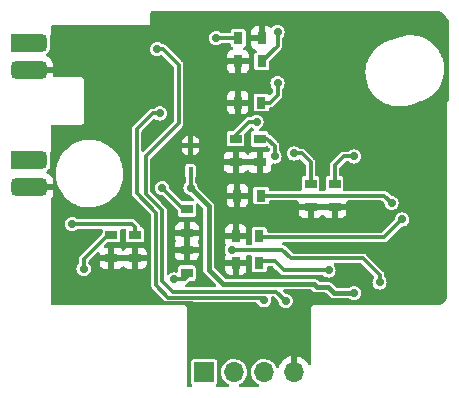
<source format=gtl>
G04 #@! TF.GenerationSoftware,KiCad,Pcbnew,(6.0.5)*
G04 #@! TF.CreationDate,2022-07-25T01:06:31+08:00*
G04 #@! TF.ProjectId,SX7H02060050-1,53583748-3032-4303-9630-3035302d312e,rev?*
G04 #@! TF.SameCoordinates,PX8af34a0PY598cce0*
G04 #@! TF.FileFunction,Copper,L1,Top*
G04 #@! TF.FilePolarity,Positive*
%FSLAX46Y46*%
G04 Gerber Fmt 4.6, Leading zero omitted, Abs format (unit mm)*
G04 Created by KiCad (PCBNEW (6.0.5)) date 2022-07-25 01:06:31*
%MOMM*%
%LPD*%
G01*
G04 APERTURE LIST*
G04 Aperture macros list*
%AMRoundRect*
0 Rectangle with rounded corners*
0 $1 Rounding radius*
0 $2 $3 $4 $5 $6 $7 $8 $9 X,Y pos of 4 corners*
0 Add a 4 corners polygon primitive as box body*
4,1,4,$2,$3,$4,$5,$6,$7,$8,$9,$2,$3,0*
0 Add four circle primitives for the rounded corners*
1,1,$1+$1,$2,$3*
1,1,$1+$1,$4,$5*
1,1,$1+$1,$6,$7*
1,1,$1+$1,$8,$9*
0 Add four rect primitives between the rounded corners*
20,1,$1+$1,$2,$3,$4,$5,0*
20,1,$1+$1,$4,$5,$6,$7,0*
20,1,$1+$1,$6,$7,$8,$9,0*
20,1,$1+$1,$8,$9,$2,$3,0*%
G04 Aperture macros list end*
G04 #@! TA.AperFunction,SMDPad,CuDef*
%ADD10R,1.000000X0.800000*%
G04 #@! TD*
G04 #@! TA.AperFunction,ComponentPad*
%ADD11R,2.000000X1.500000*%
G04 #@! TD*
G04 #@! TA.AperFunction,ComponentPad*
%ADD12RoundRect,0.375000X-0.625000X-0.375000X0.625000X-0.375000X0.625000X0.375000X-0.625000X0.375000X0*%
G04 #@! TD*
G04 #@! TA.AperFunction,SMDPad,CuDef*
%ADD13R,0.800000X1.000000*%
G04 #@! TD*
G04 #@! TA.AperFunction,ComponentPad*
%ADD14R,1.700000X1.700000*%
G04 #@! TD*
G04 #@! TA.AperFunction,ComponentPad*
%ADD15O,1.700000X1.700000*%
G04 #@! TD*
G04 #@! TA.AperFunction,SMDPad,CuDef*
%ADD16R,0.450000X0.600000*%
G04 #@! TD*
G04 #@! TA.AperFunction,ViaPad*
%ADD17C,0.700000*%
G04 #@! TD*
G04 #@! TA.AperFunction,Conductor*
%ADD18C,0.300000*%
G04 #@! TD*
G04 #@! TA.AperFunction,Conductor*
%ADD19C,0.400000*%
G04 #@! TD*
G04 APERTURE END LIST*
D10*
G04 #@! TO.P,D207,1,K*
G04 #@! TO.N,GND*
X-6090000Y11110000D03*
G04 #@! TO.P,D207,2,A*
G04 #@! TO.N,Net-(D207-Pad2)*
X-6090000Y13110000D03*
G04 #@! TD*
G04 #@! TO.P,D213,2,A*
G04 #@! TO.N,Net-(D213-Pad2)*
X6446000Y21224000D03*
G04 #@! TO.P,D213,1,K*
G04 #@! TO.N,GND*
X6446000Y19224000D03*
G04 #@! TD*
G04 #@! TO.P,D209,1,K*
G04 #@! TO.N,GND*
X10764000Y15430000D03*
G04 #@! TO.P,D209,2,A*
G04 #@! TO.N,Net-(D209-Pad2)*
X10764000Y17430000D03*
G04 #@! TD*
G04 #@! TO.P,D214,1,K*
G04 #@! TO.N,GND*
X4414000Y19240000D03*
G04 #@! TO.P,D214,2,A*
G04 #@! TO.N,Net-(D214-Pad2)*
X4414000Y21240000D03*
G04 #@! TD*
D11*
G04 #@! TO.P,SW202,1*
G04 #@! TO.N,Net-(R202-Pad1)*
X-13600000Y29350000D03*
D12*
X-12550000Y29350000D03*
G04 #@! TO.P,SW202,2*
G04 #@! TO.N,GND*
X-12550000Y27050000D03*
X-13600000Y27050000D03*
G04 #@! TD*
G04 #@! TO.P,SW201,1*
G04 #@! TO.N,Net-(R201-Pad1)*
X-12525000Y19425000D03*
D11*
X-13575000Y19425000D03*
D12*
G04 #@! TO.P,SW201,2*
G04 #@! TO.N,GND*
X-12525000Y17125000D03*
X-13575000Y17125000D03*
G04 #@! TD*
D13*
G04 #@! TO.P,D201,1,K*
G04 #@! TO.N,GND*
X4600000Y24300000D03*
G04 #@! TO.P,D201,2,A*
G04 #@! TO.N,Net-(D201-Pad2)*
X6600000Y24300000D03*
G04 #@! TD*
D10*
G04 #@! TO.P,D208,1,K*
G04 #@! TO.N,GND*
X-4080000Y11110000D03*
G04 #@! TO.P,D208,2,A*
G04 #@! TO.N,Net-(D208-Pad2)*
X-4080000Y13110000D03*
G04 #@! TD*
G04 #@! TO.P,D204,1,K*
G04 #@! TO.N,GND*
X300000Y13275000D03*
G04 #@! TO.P,D204,2,A*
G04 #@! TO.N,Net-(D204-Pad2)*
X300000Y15275000D03*
G04 #@! TD*
G04 #@! TO.P,D210,1,K*
G04 #@! TO.N,GND*
X12796000Y15430000D03*
G04 #@! TO.P,D210,2,A*
G04 #@! TO.N,Net-(D210-Pad2)*
X12796000Y17430000D03*
G04 #@! TD*
D13*
G04 #@! TO.P,D212,1,K*
G04 #@! TO.N,GND*
X4625000Y27775000D03*
G04 #@! TO.P,D212,2,A*
G04 #@! TO.N,Net-(D212-Pad2)*
X6625000Y27775000D03*
G04 #@! TD*
G04 #@! TO.P,D206,1,K*
G04 #@! TO.N,GND*
X4430000Y13001000D03*
G04 #@! TO.P,D206,2,A*
G04 #@! TO.N,Net-(D206-Pad2)*
X6430000Y13001000D03*
G04 #@! TD*
D14*
G04 #@! TO.P,J201,1,Pin_1*
G04 #@! TO.N,Net-(J201-Pad1)*
X1750000Y1475000D03*
D15*
G04 #@! TO.P,J201,2,Pin_2*
G04 #@! TO.N,/P_SW1_AI*
X4290000Y1475000D03*
G04 #@! TO.P,J201,3,Pin_3*
G04 #@! TO.N,/P_SW2_AI*
X6830000Y1475000D03*
G04 #@! TO.P,J201,4,Pin_4*
G04 #@! TO.N,GND*
X9370000Y1475000D03*
G04 #@! TD*
D13*
G04 #@! TO.P,D202,1,K*
G04 #@! TO.N,GND*
X4575000Y16425000D03*
G04 #@! TO.P,D202,2,A*
G04 #@! TO.N,Net-(D202-Pad2)*
X6575000Y16425000D03*
G04 #@! TD*
D10*
G04 #@! TO.P,D203,1,K*
G04 #@! TO.N,GND*
X275000Y11850000D03*
G04 #@! TO.P,D203,2,A*
G04 #@! TO.N,Net-(D203-Pad2)*
X275000Y9850000D03*
G04 #@! TD*
D13*
G04 #@! TO.P,D211,1,K*
G04 #@! TO.N,GND*
X6650000Y29750000D03*
G04 #@! TO.P,D211,2,A*
G04 #@! TO.N,Net-(D211-Pad2)*
X4650000Y29750000D03*
G04 #@! TD*
G04 #@! TO.P,D205,1,K*
G04 #@! TO.N,GND*
X4430000Y10715000D03*
G04 #@! TO.P,D205,2,A*
G04 #@! TO.N,Net-(D205-Pad2)*
X6430000Y10715000D03*
G04 #@! TD*
D16*
G04 #@! TO.P,D215,2,A2*
G04 #@! TO.N,GND*
X604000Y20655000D03*
G04 #@! TO.P,D215,1,A1*
G04 #@! TO.N,VCC*
X604000Y18555000D03*
G04 #@! TD*
D17*
G04 #@! TO.N,GND*
X11780000Y24304000D03*
X11780000Y26463000D03*
X11780000Y29003000D03*
X14701000Y24939000D03*
X14701000Y29130000D03*
X-1555000Y27225000D03*
X-1555000Y24939000D03*
X604000Y22018000D03*
X-2952000Y21256000D03*
X-5492000Y21256000D03*
X-8032000Y22907000D03*
X-8032000Y24939000D03*
X-8032000Y26971000D03*
X731000Y3095000D03*
X18765000Y7667000D03*
X21813000Y7794000D03*
X21813000Y11604000D03*
X21813000Y15287000D03*
X21813000Y18589000D03*
X21813000Y21129000D03*
X21813000Y24177000D03*
X21813000Y31543000D03*
X19527000Y31670000D03*
X15463000Y31670000D03*
X11780000Y31670000D03*
X7563600Y31670000D03*
X3398000Y31670000D03*
X1366000Y31670000D03*
X-1301000Y31670000D03*
X-2571000Y30527000D03*
X-5619000Y30527000D03*
X-8032000Y30527000D03*
X731000Y5508000D03*
X-4857000Y17192000D03*
X-7778000Y13255000D03*
X17622000Y11985000D03*
X-412000Y17192000D03*
X1874000Y28368000D03*
X1620000Y24558000D03*
X9113000Y29511000D03*
X3271000Y27250400D03*
X7462000Y22526000D03*
G04 #@! TO.N,Net-(D214-Pad2)*
X6192000Y22653000D03*
G04 #@! TO.N,Net-(D201-Pad2)*
X7970000Y25955000D03*
G04 #@! TO.N,Net-(D212-Pad2)*
X7970000Y30273000D03*
G04 #@! TO.N,Net-(D211-Pad2)*
X2763000Y29765000D03*
G04 #@! TO.N,Net-(D213-Pad2)*
X7716000Y19732000D03*
G04 #@! TO.N,GND*
X2636000Y6016000D03*
X12288000Y13890000D03*
X11907000Y7540000D03*
X16225000Y7667000D03*
X13939000Y9318000D03*
G04 #@! TO.N,VCC*
X14447000Y8175000D03*
G04 #@! TO.N,GND*
X10383000Y7540000D03*
G04 #@! TO.N,VCC*
X604000Y17065000D03*
G04 #@! TO.N,GND*
X15611977Y23182977D03*
X14320000Y21129000D03*
X14193000Y17827000D03*
X17368000Y18843000D03*
X15082000Y15414000D03*
X18384000Y17573000D03*
X12288000Y11985000D03*
X8605000Y15668000D03*
X10383000Y6016000D03*
X20162000Y14525000D03*
G04 #@! TO.N,Net-(D210-Pad2)*
X14447000Y19732000D03*
G04 #@! TO.N,Net-(D202-Pad2)*
X17622000Y15795000D03*
G04 #@! TO.N,Net-(D209-Pad2)*
X9367000Y19986000D03*
G04 #@! TO.N,Net-(D206-Pad2)*
X18511000Y14398000D03*
G04 #@! TO.N,GND*
X4160000Y6016000D03*
G04 #@! TO.N,Net-(D205-Pad2)*
X12288000Y10080000D03*
G04 #@! TO.N,/D_LED_OH*
X16606000Y9064000D03*
X4094016Y11818773D03*
G04 #@! TO.N,GND*
X10340000Y4250000D03*
X5811000Y6651000D03*
X-10064000Y30527000D03*
X-10110000Y26971000D03*
X-10790000Y10080000D03*
X-10826000Y7540000D03*
X-10826000Y15287000D03*
X-3206000Y14398000D03*
X-1047000Y14460000D03*
G04 #@! TO.N,Net-(D207-Pad2)*
X-8450000Y10220000D03*
G04 #@! TO.N,Net-(D208-Pad2)*
X-9429000Y14017000D03*
G04 #@! TO.N,Net-(D204-Pad2)*
X-1809000Y17065000D03*
G04 #@! TO.N,Net-(D203-Pad2)*
X-793000Y9318000D03*
G04 #@! TO.N,/RELEASE_SW2_AI*
X8650000Y7499500D03*
G04 #@! TO.N,/RELEASE_SW1_AI*
X6818359Y7560989D03*
X-2000500Y23375000D03*
G04 #@! TO.N,/RELEASE_SW2_AI*
X-2225000Y28825000D03*
G04 #@! TD*
D18*
G04 #@! TO.N,Net-(D204-Pad2)*
X-19000Y15275000D02*
X300000Y15275000D01*
X-1809000Y17065000D02*
X-19000Y15275000D01*
D19*
G04 #@! TO.N,GND*
X22194000Y24558000D02*
X21813000Y24177000D01*
X22194000Y31162000D02*
X22194000Y24558000D01*
X21813000Y31543000D02*
X22194000Y31162000D01*
D18*
G04 #@! TO.N,Net-(D209-Pad2)*
X10002000Y19986000D02*
X10764000Y19224000D01*
X9367000Y19986000D02*
X10002000Y19986000D01*
X10764000Y19224000D02*
X10764000Y17430000D01*
D19*
G04 #@! TO.N,VCC*
X11272000Y8683000D02*
X11018000Y8937000D01*
X12224500Y8683000D02*
X11272000Y8683000D01*
X11018000Y8937000D02*
X3334500Y8937000D01*
X12732500Y8175000D02*
X12224500Y8683000D01*
X3334500Y8937000D02*
X2128000Y10143500D01*
X2128000Y10143500D02*
X2128000Y15541000D01*
X2128000Y15541000D02*
X604000Y17065000D01*
X14447000Y8175000D02*
X12732500Y8175000D01*
D18*
G04 #@! TO.N,/D_LED_OH*
X16606000Y9699000D02*
X15209000Y11096000D01*
X16606000Y9064000D02*
X16606000Y9699000D01*
X15209000Y11096000D02*
X9113000Y11096000D01*
X8390227Y11818773D02*
X4094016Y11818773D01*
X9113000Y11096000D02*
X8390227Y11818773D01*
G04 #@! TO.N,Net-(D210-Pad2)*
X13558000Y19732000D02*
X12796000Y18970000D01*
X12796000Y18970000D02*
X12796000Y18335000D01*
X14447000Y19732000D02*
X13558000Y19732000D01*
G04 #@! TO.N,Net-(D207-Pad2)*
X-6399000Y13110000D02*
X-6090000Y13110000D01*
X-8450000Y10220000D02*
X-8450000Y11059000D01*
X-8450000Y11059000D02*
X-6399000Y13110000D01*
G04 #@! TO.N,Net-(D208-Pad2)*
X-4319000Y14017000D02*
X-4080000Y13778000D01*
X-9429000Y14017000D02*
X-4319000Y14017000D01*
X-4080000Y13778000D02*
X-4080000Y13110000D01*
G04 #@! TO.N,Net-(D210-Pad2)*
X12796000Y18335000D02*
X12796000Y17430000D01*
G04 #@! TO.N,Net-(D214-Pad2)*
X5557000Y22653000D02*
X4414000Y21510000D01*
X6192000Y22653000D02*
X5557000Y22653000D01*
X4414000Y21510000D02*
X4414000Y21240000D01*
G04 #@! TO.N,Net-(D213-Pad2)*
X7113000Y21224000D02*
X7716000Y20621000D01*
X7716000Y20621000D02*
X7716000Y19732000D01*
X7113000Y21224000D02*
X6446000Y21224000D01*
G04 #@! TO.N,Net-(D201-Pad2)*
X6600000Y24300000D02*
X7331000Y24300000D01*
X7331000Y24300000D02*
X7970000Y24939000D01*
X7970000Y24939000D02*
X7970000Y25955000D01*
G04 #@! TO.N,Net-(D212-Pad2)*
X7970000Y29120000D02*
X7970000Y30273000D01*
X6625000Y27775000D02*
X7970000Y29120000D01*
G04 #@! TO.N,Net-(D211-Pad2)*
X4635000Y29765000D02*
X4650000Y29750000D01*
X2763000Y29765000D02*
X4635000Y29765000D01*
G04 #@! TO.N,GND*
X-1809000Y7286000D02*
X731000Y7286000D01*
G04 #@! TO.N,/RELEASE_SW1_AI*
X6593837Y7785511D02*
X6818359Y7560989D01*
X-2317000Y8810000D02*
X-1292511Y7785511D01*
X-2317000Y14961584D02*
X-2317000Y8810000D01*
X-3968000Y16612584D02*
X-2317000Y14961584D01*
X-3968000Y22018000D02*
X-3968000Y16612584D01*
X-2611000Y23375000D02*
X-3968000Y22018000D01*
X-2000500Y23375000D02*
X-2611000Y23375000D01*
G04 #@! TO.N,/RELEASE_SW2_AI*
X7864478Y8285022D02*
X8650000Y7499500D01*
X-903022Y8285022D02*
X7864478Y8285022D01*
X-1817489Y9199489D02*
X-903022Y8285022D01*
X-1817489Y15168488D02*
X-1817489Y9199489D01*
X-412000Y22526000D02*
X-3206000Y19732000D01*
X-3206000Y16557000D02*
X-1817489Y15168488D01*
X-1758000Y28825000D02*
X-412000Y27479000D01*
G04 #@! TO.N,/RELEASE_SW1_AI*
X-1292511Y7785511D02*
X6593837Y7785511D01*
G04 #@! TO.N,/RELEASE_SW2_AI*
X-412000Y27479000D02*
X-412000Y22526000D01*
X-3206000Y19732000D02*
X-3206000Y16557000D01*
X-2225000Y28825000D02*
X-1758000Y28825000D01*
G04 #@! TO.N,Net-(D205-Pad2)*
X7716000Y10842000D02*
X8478000Y10080000D01*
X6430000Y10842000D02*
X7716000Y10842000D01*
X8478000Y10080000D02*
X12288000Y10080000D01*
G04 #@! TO.N,VCC*
X604000Y17065000D02*
X604000Y18555000D01*
G04 #@! TO.N,Net-(D202-Pad2)*
X16992000Y16425000D02*
X17622000Y15795000D01*
X6575000Y16425000D02*
X16992000Y16425000D01*
G04 #@! TO.N,Net-(D203-Pad2)*
X275000Y9497000D02*
X275000Y9850000D01*
X96000Y9318000D02*
X275000Y9497000D01*
X-793000Y9318000D02*
X96000Y9318000D01*
G04 #@! TO.N,Net-(D206-Pad2)*
X16987000Y12874000D02*
X18511000Y14398000D01*
X15209000Y12874000D02*
X16987000Y12874000D01*
X6430000Y12874000D02*
X15209000Y12874000D01*
G04 #@! TD*
G04 #@! TA.AperFunction,Conductor*
G04 #@! TO.N,GND*
G36*
X21539160Y32035123D02*
G01*
X21725752Y32010562D01*
X21757531Y32002047D01*
X21908228Y31939620D01*
X21936706Y31923178D01*
X22066108Y31823892D01*
X22089375Y31800625D01*
X22188685Y31671187D01*
X22205126Y31642710D01*
X22246365Y31543159D01*
X22267542Y31492036D01*
X22276056Y31460262D01*
X22292254Y31337235D01*
X22290911Y31296208D01*
X22290515Y31294217D01*
X22290515Y31294214D01*
X22288094Y31282043D01*
X22290515Y31269873D01*
X22290515Y31269872D01*
X22290673Y31269078D01*
X22293095Y31244543D01*
X22293904Y29059623D01*
X22294445Y27597774D01*
X22274468Y27529646D01*
X22220830Y27483133D01*
X22150560Y27473003D01*
X22085968Y27502472D01*
X22047562Y27562184D01*
X22043783Y27579414D01*
X22037022Y27625437D01*
X22024573Y27710182D01*
X22021983Y27719998D01*
X21953471Y27979565D01*
X21951720Y27987140D01*
X21943341Y28029267D01*
X21943341Y28029268D01*
X21940920Y28041437D01*
X21933284Y28052866D01*
X21920591Y28077270D01*
X21841533Y28280941D01*
X21826739Y28319054D01*
X21822845Y28326490D01*
X21679633Y28599930D01*
X21677990Y28603067D01*
X21601488Y28716182D01*
X21500356Y28865715D01*
X21500352Y28865720D01*
X21498378Y28868639D01*
X21492312Y28875742D01*
X21320564Y29076832D01*
X21290160Y29112431D01*
X21172309Y29222605D01*
X21058540Y29328963D01*
X21058533Y29328969D01*
X21055956Y29331378D01*
X20798710Y29522725D01*
X20795658Y29524502D01*
X20795654Y29524505D01*
X20524711Y29682289D01*
X20521658Y29684067D01*
X20228283Y29813374D01*
X20224917Y29814426D01*
X20224912Y29814428D01*
X19925651Y29907966D01*
X19925653Y29907966D01*
X19922276Y29909021D01*
X19918810Y29909690D01*
X19918807Y29909691D01*
X19610945Y29969137D01*
X19610937Y29969138D01*
X19607483Y29969805D01*
X19423419Y29984292D01*
X19291376Y29994685D01*
X19291369Y29994685D01*
X19287864Y29994961D01*
X19121148Y29989348D01*
X18970961Y29984292D01*
X18970954Y29984291D01*
X18967438Y29984173D01*
X18963945Y29983660D01*
X18963946Y29983660D01*
X18653740Y29938092D01*
X18653738Y29938092D01*
X18650235Y29937577D01*
X18646820Y29936676D01*
X18646812Y29936674D01*
X18416190Y29875804D01*
X18343553Y29856632D01*
X18340092Y29856222D01*
X18329269Y29850161D01*
X18329268Y29850161D01*
X18328617Y29849796D01*
X18305993Y29839901D01*
X17866107Y29696970D01*
X17614999Y29615378D01*
X17426221Y29554039D01*
X17402095Y29548746D01*
X17389037Y29547200D01*
X17385906Y29545446D01*
X17090315Y29430705D01*
X16806308Y29281954D01*
X16540741Y29102340D01*
X16538061Y29100051D01*
X16299639Y28896415D01*
X16299632Y28896408D01*
X16296954Y28894121D01*
X16294543Y28891542D01*
X16294542Y28891541D01*
X16283077Y28879277D01*
X16078013Y28659916D01*
X16028192Y28592936D01*
X15897371Y28417057D01*
X15886670Y28402671D01*
X15884896Y28399624D01*
X15884893Y28399620D01*
X15842307Y28326490D01*
X15725334Y28125619D01*
X15723910Y28122388D01*
X15597454Y27835476D01*
X15597451Y27835467D01*
X15596031Y27832246D01*
X15500388Y27526240D01*
X15439609Y27211449D01*
X15439333Y27207941D01*
X15439332Y27207934D01*
X15416616Y26919276D01*
X15414456Y26891833D01*
X15425248Y26571410D01*
X15425760Y26567928D01*
X15425760Y26567923D01*
X15470055Y26266411D01*
X15471847Y26254210D01*
X15511331Y26104622D01*
X15542844Y25985229D01*
X15544595Y25977655D01*
X15550730Y25946812D01*
X15555471Y25922979D01*
X15563158Y25911475D01*
X15575852Y25887070D01*
X15595793Y25835697D01*
X15669681Y25645345D01*
X15671320Y25642216D01*
X15772480Y25449068D01*
X15818429Y25361335D01*
X15820402Y25358418D01*
X15820406Y25358411D01*
X15860940Y25298479D01*
X15998041Y25095766D01*
X16000326Y25093091D01*
X16000328Y25093088D01*
X16033286Y25054499D01*
X16206257Y24851977D01*
X16208836Y24849566D01*
X16208837Y24849565D01*
X16437875Y24635448D01*
X16437882Y24635443D01*
X16440459Y24633033D01*
X16443289Y24630928D01*
X16443295Y24630923D01*
X16636968Y24486864D01*
X16697703Y24441688D01*
X16700755Y24439911D01*
X16700759Y24439908D01*
X16751572Y24410317D01*
X16974752Y24280348D01*
X17268124Y24151042D01*
X17574129Y24055396D01*
X17577595Y24054727D01*
X17577598Y24054726D01*
X17653164Y24040135D01*
X17888919Y23994613D01*
X17892423Y23994337D01*
X17892432Y23994336D01*
X18205024Y23969733D01*
X18205030Y23969733D01*
X18208535Y23969457D01*
X18381267Y23975273D01*
X18525435Y23980126D01*
X18525442Y23980127D01*
X18528958Y23980245D01*
X18631324Y23995282D01*
X18842653Y24026325D01*
X18842655Y24026325D01*
X18846158Y24026840D01*
X18849573Y24027741D01*
X18849581Y24027743D01*
X19140736Y24104590D01*
X19152837Y24107784D01*
X19156298Y24108194D01*
X19167759Y24114613D01*
X19190394Y24124513D01*
X19682854Y24284494D01*
X20070167Y24410317D01*
X20094282Y24415608D01*
X20107351Y24417155D01*
X20110615Y24418983D01*
X20406070Y24533668D01*
X20690081Y24682418D01*
X20693008Y24684398D01*
X20693017Y24684403D01*
X20952713Y24860044D01*
X20952716Y24860046D01*
X20955652Y24862032D01*
X21020720Y24917606D01*
X21196759Y25067958D01*
X21196765Y25067964D01*
X21199443Y25070251D01*
X21418388Y25304457D01*
X21609734Y25561704D01*
X21771074Y25838757D01*
X21803648Y25912661D01*
X21898959Y26128908D01*
X21900380Y26132132D01*
X21901431Y26135494D01*
X21994971Y26434767D01*
X21994973Y26434776D01*
X21996025Y26438141D01*
X22045074Y26692169D01*
X22077628Y26755263D01*
X22139125Y26790740D01*
X22210040Y26787338D01*
X22267858Y26746137D01*
X22294222Y26680217D01*
X22294789Y26668329D01*
X22300457Y11365671D01*
X22301618Y8232139D01*
X22301738Y7906939D01*
X22300659Y7890444D01*
X22278054Y7718795D01*
X22276088Y7703865D01*
X22267575Y7672096D01*
X22209244Y7531280D01*
X22205155Y7521410D01*
X22188714Y7492933D01*
X22089407Y7363498D01*
X22066140Y7340231D01*
X21936740Y7240946D01*
X21908262Y7224504D01*
X21757561Y7162076D01*
X21725782Y7153561D01*
X21602714Y7137362D01*
X21561694Y7138704D01*
X21559783Y7139084D01*
X21547611Y7141505D01*
X21534714Y7138940D01*
X21510135Y7136519D01*
X11085087Y7136519D01*
X11060508Y7138940D01*
X11047611Y7141505D01*
X11035439Y7139084D01*
X11033529Y7138704D01*
X11022544Y7136519D01*
X10948310Y7121753D01*
X10864127Y7065503D01*
X10807877Y6981320D01*
X10788125Y6882019D01*
X10790546Y6869849D01*
X10790690Y6869125D01*
X10793111Y6844543D01*
X10793111Y2202192D01*
X10773109Y2134071D01*
X10719453Y2087578D01*
X10649179Y2077474D01*
X10584599Y2106968D01*
X10561319Y2133752D01*
X10452427Y2302074D01*
X10446136Y2310243D01*
X10302806Y2467760D01*
X10295273Y2474785D01*
X10128139Y2606778D01*
X10119552Y2612483D01*
X9933117Y2715401D01*
X9923705Y2719631D01*
X9722959Y2790720D01*
X9712988Y2793354D01*
X9641837Y2806028D01*
X9628540Y2804568D01*
X9624000Y2790011D01*
X9624000Y1347000D01*
X9603998Y1278879D01*
X9550342Y1232386D01*
X9498000Y1221000D01*
X9242000Y1221000D01*
X9173879Y1241002D01*
X9127386Y1294658D01*
X9116000Y1347000D01*
X9116000Y2791898D01*
X9112082Y2805242D01*
X9097806Y2807229D01*
X9059324Y2801340D01*
X9049288Y2798949D01*
X8846868Y2732788D01*
X8837359Y2728791D01*
X8648463Y2630458D01*
X8639738Y2624964D01*
X8469433Y2497095D01*
X8461726Y2490252D01*
X8314590Y2336283D01*
X8308104Y2328273D01*
X8188098Y2152351D01*
X8183000Y2143377D01*
X8093338Y1950217D01*
X8089777Y1940536D01*
X8085291Y1924360D01*
X8047813Y1864061D01*
X7983684Y1833597D01*
X7913266Y1842640D01*
X7858915Y1888318D01*
X7850867Y1902302D01*
X7778331Y2049391D01*
X7775776Y2054572D01*
X7654320Y2217221D01*
X7505258Y2355013D01*
X7500375Y2358094D01*
X7500371Y2358097D01*
X7338464Y2460252D01*
X7333581Y2463333D01*
X7145039Y2538554D01*
X7139379Y2539680D01*
X7139375Y2539681D01*
X6951613Y2577029D01*
X6951610Y2577029D01*
X6945946Y2578156D01*
X6940171Y2578232D01*
X6940167Y2578232D01*
X6838793Y2579559D01*
X6742971Y2580813D01*
X6737274Y2579834D01*
X6737273Y2579834D01*
X6649397Y2564734D01*
X6542910Y2546436D01*
X6352463Y2476176D01*
X6178010Y2372388D01*
X6173670Y2368582D01*
X6173666Y2368579D01*
X6029733Y2242352D01*
X6025392Y2238545D01*
X5899720Y2079131D01*
X5897031Y2074020D01*
X5897029Y2074017D01*
X5884073Y2049391D01*
X5805203Y1899485D01*
X5745007Y1705622D01*
X5721148Y1504036D01*
X5734424Y1301478D01*
X5735845Y1295882D01*
X5735846Y1295877D01*
X5754863Y1221000D01*
X5784392Y1104731D01*
X5786809Y1099488D01*
X5824010Y1018792D01*
X5869377Y920384D01*
X5986533Y754611D01*
X5990675Y750576D01*
X6047637Y695087D01*
X6131938Y612965D01*
X6300720Y500188D01*
X6306023Y497910D01*
X6306026Y497908D01*
X6351754Y478262D01*
X6406447Y432994D01*
X6427984Y365342D01*
X6409527Y296787D01*
X6356936Y249093D01*
X6302016Y236494D01*
X4821948Y236494D01*
X4753827Y256496D01*
X4707334Y310152D01*
X4697230Y380426D01*
X4726724Y445006D01*
X4760382Y472428D01*
X4819138Y505333D01*
X4918276Y560853D01*
X4957969Y593865D01*
X5045696Y666828D01*
X5074345Y690655D01*
X5146833Y777812D01*
X5200453Y842282D01*
X5200455Y842285D01*
X5204147Y846724D01*
X5303334Y1023835D01*
X5305190Y1029302D01*
X5305192Y1029307D01*
X5366728Y1210586D01*
X5366729Y1210591D01*
X5368584Y1216055D01*
X5369412Y1221764D01*
X5369413Y1221769D01*
X5397179Y1413273D01*
X5397712Y1416947D01*
X5399232Y1475000D01*
X5380658Y1677141D01*
X5379090Y1682701D01*
X5327125Y1866954D01*
X5327124Y1866956D01*
X5325557Y1872513D01*
X5314978Y1893967D01*
X5238331Y2049391D01*
X5235776Y2054572D01*
X5114320Y2217221D01*
X4965258Y2355013D01*
X4960375Y2358094D01*
X4960371Y2358097D01*
X4798464Y2460252D01*
X4793581Y2463333D01*
X4605039Y2538554D01*
X4599379Y2539680D01*
X4599375Y2539681D01*
X4411613Y2577029D01*
X4411610Y2577029D01*
X4405946Y2578156D01*
X4400171Y2578232D01*
X4400167Y2578232D01*
X4298793Y2579559D01*
X4202971Y2580813D01*
X4197274Y2579834D01*
X4197273Y2579834D01*
X4109397Y2564734D01*
X4002910Y2546436D01*
X3812463Y2476176D01*
X3638010Y2372388D01*
X3633670Y2368582D01*
X3633666Y2368579D01*
X3489733Y2242352D01*
X3485392Y2238545D01*
X3359720Y2079131D01*
X3357031Y2074020D01*
X3357029Y2074017D01*
X3344073Y2049391D01*
X3265203Y1899485D01*
X3205007Y1705622D01*
X3181148Y1504036D01*
X3194424Y1301478D01*
X3195845Y1295882D01*
X3195846Y1295877D01*
X3214863Y1221000D01*
X3244392Y1104731D01*
X3246809Y1099488D01*
X3284010Y1018792D01*
X3329377Y920384D01*
X3446533Y754611D01*
X3450675Y750576D01*
X3507637Y695087D01*
X3591938Y612965D01*
X3760720Y500188D01*
X3766023Y497910D01*
X3766026Y497908D01*
X3811754Y478262D01*
X3866447Y432994D01*
X3887984Y365342D01*
X3869527Y296787D01*
X3816936Y249093D01*
X3762016Y236494D01*
X2879229Y236494D01*
X2811108Y256496D01*
X2764615Y310152D01*
X2754511Y380426D01*
X2781940Y440484D01*
X2783484Y441516D01*
X2839734Y525699D01*
X2854500Y599933D01*
X2854499Y2350066D01*
X2839734Y2424301D01*
X2813654Y2463333D01*
X2790377Y2498168D01*
X2783484Y2508484D01*
X2699301Y2564734D01*
X2625067Y2579500D01*
X1750142Y2579500D01*
X874934Y2579499D01*
X839182Y2572388D01*
X812874Y2567156D01*
X812872Y2567155D01*
X800699Y2564734D01*
X790379Y2557839D01*
X790378Y2557838D01*
X729985Y2517484D01*
X716516Y2508484D01*
X660266Y2424301D01*
X645500Y2350067D01*
X645501Y599934D01*
X660266Y525699D01*
X667161Y515380D01*
X667162Y515378D01*
X691963Y478262D01*
X714184Y445006D01*
X716516Y441516D01*
X715674Y440953D01*
X743892Y389277D01*
X738827Y318462D01*
X696280Y261626D01*
X629760Y236815D01*
X620771Y236494D01*
X428096Y236494D01*
X359975Y256496D01*
X313482Y310152D01*
X302096Y362494D01*
X302096Y6844543D01*
X304517Y6869125D01*
X304661Y6869849D01*
X307082Y6882019D01*
X287330Y6981320D01*
X231080Y7065503D01*
X146897Y7121753D01*
X98237Y7131432D01*
X35327Y7164339D01*
X195Y7226034D01*
X3995Y7296929D01*
X45520Y7354515D01*
X111587Y7380509D01*
X122818Y7381011D01*
X6154412Y7381011D01*
X6222533Y7361009D01*
X6270820Y7303230D01*
X6290329Y7256131D01*
X6295356Y7249580D01*
X6295357Y7249578D01*
X6325591Y7210177D01*
X6387225Y7129855D01*
X6513501Y7032959D01*
X6521131Y7029799D01*
X6521132Y7029798D01*
X6652925Y6975208D01*
X6652929Y6975207D01*
X6660553Y6972049D01*
X6818359Y6951273D01*
X6976165Y6972049D01*
X6983789Y6975207D01*
X6983793Y6975208D01*
X7115586Y7029798D01*
X7115587Y7029799D01*
X7123217Y7032959D01*
X7249493Y7129855D01*
X7311127Y7210177D01*
X7341361Y7249578D01*
X7341362Y7249580D01*
X7346389Y7256131D01*
X7363288Y7296929D01*
X7404140Y7395555D01*
X7404141Y7395559D01*
X7407299Y7403183D01*
X7428075Y7560989D01*
X7407299Y7718795D01*
X7405384Y7723419D01*
X7407038Y7792888D01*
X7446832Y7851683D01*
X7512097Y7879631D01*
X7527055Y7880522D01*
X7644738Y7880522D01*
X7712859Y7860520D01*
X7733833Y7843617D01*
X8004457Y7572993D01*
X8038483Y7510681D01*
X8039693Y7499422D01*
X8040284Y7499500D01*
X8061060Y7341694D01*
X8064218Y7334070D01*
X8064219Y7334066D01*
X8118809Y7202273D01*
X8121970Y7194642D01*
X8126997Y7188091D01*
X8126998Y7188089D01*
X8177900Y7121753D01*
X8218866Y7068366D01*
X8225416Y7063340D01*
X8318858Y6991639D01*
X8345142Y6971470D01*
X8352772Y6968310D01*
X8352773Y6968309D01*
X8484566Y6913719D01*
X8484570Y6913718D01*
X8492194Y6910560D01*
X8650000Y6889784D01*
X8807806Y6910560D01*
X8815430Y6913718D01*
X8815434Y6913719D01*
X8947227Y6968309D01*
X8947228Y6968310D01*
X8954858Y6971470D01*
X8981143Y6991639D01*
X9074584Y7063340D01*
X9081134Y7068366D01*
X9122100Y7121753D01*
X9173002Y7188089D01*
X9173003Y7188091D01*
X9178030Y7194642D01*
X9181191Y7202273D01*
X9235781Y7334066D01*
X9235782Y7334070D01*
X9238940Y7341694D01*
X9259716Y7499500D01*
X9238940Y7657306D01*
X9235782Y7664930D01*
X9235781Y7664934D01*
X9181191Y7796727D01*
X9181190Y7796728D01*
X9178030Y7804358D01*
X9081134Y7930634D01*
X8954858Y8027530D01*
X8947227Y8030691D01*
X8815434Y8085281D01*
X8815430Y8085282D01*
X8807806Y8088440D01*
X8650000Y8109216D01*
X8650444Y8112589D01*
X8597481Y8128140D01*
X8576507Y8145043D01*
X8454145Y8267405D01*
X8420119Y8329717D01*
X8425184Y8400532D01*
X8467731Y8457368D01*
X8534251Y8482179D01*
X8543240Y8482500D01*
X10777550Y8482500D01*
X10845671Y8462498D01*
X10866645Y8445595D01*
X10926251Y8385989D01*
X10936106Y8374900D01*
X10957359Y8347941D01*
X10965106Y8342587D01*
X10965110Y8342583D01*
X11006072Y8314272D01*
X11009292Y8311971D01*
X11049342Y8282390D01*
X11049344Y8282389D01*
X11056923Y8276791D01*
X11063798Y8274377D01*
X11069789Y8270236D01*
X11078769Y8267396D01*
X11126255Y8252378D01*
X11130008Y8251126D01*
X11185874Y8231508D01*
X11193074Y8231225D01*
X11193248Y8231191D01*
X11200097Y8229025D01*
X11206768Y8228500D01*
X11259949Y8228500D01*
X11264895Y8228403D01*
X11322437Y8226142D01*
X11329592Y8228039D01*
X11337967Y8228500D01*
X11984050Y8228500D01*
X12052171Y8208498D01*
X12073145Y8191595D01*
X12386751Y7877989D01*
X12396606Y7866900D01*
X12417859Y7839941D01*
X12466610Y7806247D01*
X12469773Y7803986D01*
X12517423Y7768792D01*
X12524295Y7766379D01*
X12530289Y7762236D01*
X12586789Y7744368D01*
X12590518Y7743123D01*
X12646373Y7723508D01*
X12653576Y7723225D01*
X12653745Y7723192D01*
X12660597Y7721025D01*
X12667268Y7720500D01*
X12720448Y7720500D01*
X12725394Y7720403D01*
X12782937Y7718142D01*
X12790092Y7720039D01*
X12798467Y7720500D01*
X14003545Y7720500D01*
X14071666Y7700498D01*
X14080250Y7694462D01*
X14142142Y7646970D01*
X14149771Y7643810D01*
X14281566Y7589219D01*
X14281570Y7589218D01*
X14289194Y7586060D01*
X14447000Y7565284D01*
X14604806Y7586060D01*
X14612430Y7589218D01*
X14612434Y7589219D01*
X14744227Y7643809D01*
X14744228Y7643810D01*
X14751858Y7646970D01*
X14784603Y7672096D01*
X14871584Y7738840D01*
X14878134Y7743866D01*
X14925156Y7805145D01*
X14970002Y7863589D01*
X14970003Y7863591D01*
X14975030Y7870142D01*
X14978280Y7877989D01*
X15032781Y8009566D01*
X15032782Y8009570D01*
X15035940Y8017194D01*
X15056716Y8175000D01*
X15035940Y8332806D01*
X15032782Y8340430D01*
X15032781Y8340434D01*
X14978191Y8472227D01*
X14978190Y8472228D01*
X14975030Y8479858D01*
X14878134Y8606134D01*
X14854758Y8624071D01*
X14758411Y8698002D01*
X14758408Y8698004D01*
X14751858Y8703030D01*
X14736180Y8709524D01*
X14612434Y8760781D01*
X14612430Y8760782D01*
X14604806Y8763940D01*
X14447000Y8784716D01*
X14289194Y8763940D01*
X14281570Y8760782D01*
X14281566Y8760781D01*
X14170205Y8714654D01*
X14142142Y8703030D01*
X14135592Y8698004D01*
X14080250Y8655538D01*
X14014029Y8629937D01*
X14003545Y8629500D01*
X12972950Y8629500D01*
X12904829Y8649502D01*
X12883855Y8666405D01*
X12570249Y8980011D01*
X12560394Y8991100D01*
X12558353Y8993689D01*
X12539141Y9018059D01*
X12514262Y9035254D01*
X12490406Y9051742D01*
X12487213Y9054024D01*
X12439576Y9089209D01*
X12432703Y9091623D01*
X12426711Y9095764D01*
X12370222Y9113629D01*
X12366501Y9114871D01*
X12310626Y9134493D01*
X12303422Y9134776D01*
X12303251Y9134809D01*
X12296403Y9136975D01*
X12289732Y9137500D01*
X12236562Y9137500D01*
X12231616Y9137597D01*
X12230724Y9137632D01*
X12174063Y9139858D01*
X12166908Y9137961D01*
X12158533Y9137500D01*
X11512450Y9137500D01*
X11444329Y9157502D01*
X11423355Y9174405D01*
X11363749Y9234011D01*
X11353894Y9245100D01*
X11352835Y9246444D01*
X11332641Y9272059D01*
X11307762Y9289254D01*
X11283906Y9305742D01*
X11280713Y9308024D01*
X11233076Y9343209D01*
X11226203Y9345623D01*
X11220211Y9349764D01*
X11163722Y9367629D01*
X11160001Y9368871D01*
X11104126Y9388493D01*
X11096922Y9388776D01*
X11096751Y9388809D01*
X11089903Y9390975D01*
X11083232Y9391500D01*
X11030062Y9391500D01*
X11025116Y9391597D01*
X11024224Y9391632D01*
X10967563Y9393858D01*
X10960408Y9391961D01*
X10952033Y9391500D01*
X3574950Y9391500D01*
X3506829Y9411502D01*
X3485855Y9428405D01*
X2743929Y10170331D01*
X3522001Y10170331D01*
X3522371Y10163510D01*
X3527895Y10112648D01*
X3531521Y10097396D01*
X3576676Y9976946D01*
X3585214Y9961351D01*
X3661715Y9859276D01*
X3674276Y9846715D01*
X3776351Y9770214D01*
X3791946Y9761676D01*
X3912394Y9716522D01*
X3927649Y9712895D01*
X3978514Y9707369D01*
X3985328Y9707000D01*
X4157885Y9707000D01*
X4173124Y9711475D01*
X4174329Y9712865D01*
X4176000Y9720548D01*
X4176000Y9725116D01*
X4684000Y9725116D01*
X4688475Y9709877D01*
X4689865Y9708672D01*
X4697548Y9707001D01*
X4874669Y9707001D01*
X4881490Y9707371D01*
X4932352Y9712895D01*
X4947604Y9716521D01*
X5068054Y9761676D01*
X5083649Y9770214D01*
X5185724Y9846715D01*
X5198285Y9859276D01*
X5274786Y9961351D01*
X5283324Y9976946D01*
X5328478Y10097394D01*
X5332105Y10112649D01*
X5337631Y10163514D01*
X5338000Y10170328D01*
X5338000Y10442885D01*
X5333525Y10458124D01*
X5332135Y10459329D01*
X5324452Y10461000D01*
X4702115Y10461000D01*
X4686876Y10456525D01*
X4685671Y10455135D01*
X4684000Y10447452D01*
X4684000Y9725116D01*
X4176000Y9725116D01*
X4176000Y10442885D01*
X4171525Y10458124D01*
X4170135Y10459329D01*
X4162452Y10461000D01*
X3540116Y10461000D01*
X3524877Y10456525D01*
X3523672Y10455135D01*
X3522001Y10447452D01*
X3522001Y10170331D01*
X2743929Y10170331D01*
X2619405Y10294855D01*
X2585379Y10357167D01*
X2582500Y10383950D01*
X2582500Y11818773D01*
X3484300Y11818773D01*
X3505076Y11660967D01*
X3508234Y11653343D01*
X3508235Y11653339D01*
X3564556Y11517367D01*
X3572145Y11446778D01*
X3566129Y11424920D01*
X3531522Y11332606D01*
X3527895Y11317351D01*
X3522369Y11266486D01*
X3522000Y11259672D01*
X3522000Y10987115D01*
X3526475Y10971876D01*
X3527865Y10970671D01*
X3535548Y10969000D01*
X5319884Y10969000D01*
X5335123Y10973475D01*
X5336328Y10974865D01*
X5337999Y10982548D01*
X5337999Y11259669D01*
X5337630Y11266483D01*
X5336741Y11274665D01*
X5349269Y11344548D01*
X5397590Y11396563D01*
X5462004Y11414273D01*
X5656620Y11414273D01*
X5724741Y11394271D01*
X5771234Y11340615D01*
X5780199Y11263693D01*
X5776707Y11246138D01*
X5776706Y11246132D01*
X5775500Y11240067D01*
X5775501Y10189934D01*
X5790266Y10115699D01*
X5797161Y10105380D01*
X5797162Y10105378D01*
X5820549Y10070378D01*
X5846516Y10031516D01*
X5930699Y9975266D01*
X6004933Y9960500D01*
X6429931Y9960500D01*
X6855066Y9960501D01*
X6890818Y9967612D01*
X6917126Y9972844D01*
X6917128Y9972845D01*
X6929301Y9975266D01*
X6939621Y9982161D01*
X6939622Y9982162D01*
X7003168Y10024623D01*
X7013484Y10031516D01*
X7069734Y10115699D01*
X7084500Y10189933D01*
X7084500Y10311500D01*
X7104502Y10379621D01*
X7158158Y10426114D01*
X7210500Y10437500D01*
X7496259Y10437500D01*
X7564380Y10417498D01*
X7585354Y10400596D01*
X7866156Y10119795D01*
X8237277Y9748674D01*
X8246108Y9744174D01*
X8246110Y9744173D01*
X8251780Y9741284D01*
X8257160Y9738543D01*
X8274013Y9728216D01*
X8292071Y9715095D01*
X8311839Y9708672D01*
X8313295Y9708199D01*
X8331561Y9700634D01*
X8351445Y9690502D01*
X8361238Y9688951D01*
X8373487Y9687011D01*
X8392713Y9682395D01*
X8404500Y9678565D01*
X8404502Y9678565D01*
X8413934Y9675500D01*
X11779566Y9675500D01*
X11847687Y9655498D01*
X11856503Y9648393D01*
X11856866Y9648866D01*
X11907147Y9610284D01*
X11983142Y9551970D01*
X11990772Y9548810D01*
X11990773Y9548809D01*
X12122566Y9494219D01*
X12122570Y9494218D01*
X12130194Y9491060D01*
X12288000Y9470284D01*
X12445806Y9491060D01*
X12453430Y9494218D01*
X12453434Y9494219D01*
X12585227Y9548809D01*
X12585228Y9548810D01*
X12592858Y9551970D01*
X12668854Y9610284D01*
X12712584Y9643840D01*
X12719134Y9648866D01*
X12758857Y9700633D01*
X12811002Y9768589D01*
X12811003Y9768591D01*
X12816030Y9775142D01*
X12819816Y9784282D01*
X12873781Y9914566D01*
X12873782Y9914570D01*
X12876940Y9922194D01*
X12897716Y10080000D01*
X12876940Y10237806D01*
X12873782Y10245430D01*
X12873781Y10245434D01*
X12819191Y10377227D01*
X12819190Y10377228D01*
X12816030Y10384858D01*
X12802752Y10402163D01*
X12736275Y10488796D01*
X12710674Y10555016D01*
X12724939Y10624565D01*
X12774540Y10675361D01*
X12836237Y10691500D01*
X14989260Y10691500D01*
X15057381Y10671498D01*
X15078355Y10654595D01*
X15620303Y10112648D01*
X16124063Y9608888D01*
X16158088Y9546576D01*
X16153024Y9475761D01*
X16134930Y9443089D01*
X16090642Y9385372D01*
X16077970Y9368858D01*
X16074810Y9361228D01*
X16074809Y9361227D01*
X16020219Y9229434D01*
X16020218Y9229430D01*
X16017060Y9221806D01*
X15996284Y9064000D01*
X16017060Y8906194D01*
X16020218Y8898570D01*
X16020219Y8898566D01*
X16072855Y8771490D01*
X16077970Y8759142D01*
X16082997Y8752591D01*
X16082998Y8752589D01*
X16131392Y8689522D01*
X16174866Y8632866D01*
X16181416Y8627840D01*
X16287439Y8546485D01*
X16301142Y8535970D01*
X16308772Y8532810D01*
X16308773Y8532809D01*
X16440566Y8478219D01*
X16440570Y8478218D01*
X16448194Y8475060D01*
X16606000Y8454284D01*
X16763806Y8475060D01*
X16771430Y8478218D01*
X16771434Y8478219D01*
X16903227Y8532809D01*
X16903228Y8532810D01*
X16910858Y8535970D01*
X16924562Y8546485D01*
X17030584Y8627840D01*
X17037134Y8632866D01*
X17080608Y8689522D01*
X17129002Y8752589D01*
X17129003Y8752591D01*
X17134030Y8759142D01*
X17139145Y8771490D01*
X17191781Y8898566D01*
X17191782Y8898570D01*
X17194940Y8906194D01*
X17215716Y9064000D01*
X17194940Y9221806D01*
X17191782Y9229430D01*
X17191781Y9229434D01*
X17137191Y9361227D01*
X17137190Y9361228D01*
X17134030Y9368858D01*
X17121359Y9385372D01*
X17037134Y9495134D01*
X17039833Y9497205D01*
X17013379Y9545651D01*
X17010500Y9572434D01*
X17010500Y9730834D01*
X17010499Y9730840D01*
X17010499Y9763066D01*
X17004096Y9782773D01*
X17003606Y9784282D01*
X16998990Y9803507D01*
X16997049Y9815759D01*
X16995498Y9825555D01*
X16985366Y9845440D01*
X16977801Y9863704D01*
X16973970Y9875493D01*
X16973969Y9875494D01*
X16970904Y9884929D01*
X16957791Y9902978D01*
X16947457Y9919839D01*
X16941826Y9930891D01*
X16937326Y9939723D01*
X16846723Y10030326D01*
X15472515Y11404535D01*
X15472511Y11404538D01*
X15449723Y11427326D01*
X15429844Y11437455D01*
X15412989Y11447784D01*
X15402953Y11455075D01*
X15394929Y11460905D01*
X15373704Y11467801D01*
X15355438Y11475367D01*
X15335555Y11485498D01*
X15313513Y11488989D01*
X15294287Y11493605D01*
X15282500Y11497435D01*
X15282498Y11497435D01*
X15273066Y11500500D01*
X9332740Y11500500D01*
X9264619Y11520502D01*
X9243644Y11537405D01*
X8963213Y11817837D01*
X8653742Y12127308D01*
X8653728Y12127321D01*
X8630950Y12150099D01*
X8611071Y12160228D01*
X8594216Y12170557D01*
X8584180Y12177848D01*
X8576156Y12183678D01*
X8554931Y12190574D01*
X8536665Y12198140D01*
X8516782Y12208271D01*
X8494740Y12211762D01*
X8475514Y12216378D01*
X8454293Y12223273D01*
X8455338Y12226491D01*
X8406879Y12249462D01*
X8369351Y12309729D01*
X8370363Y12380718D01*
X8409594Y12439891D01*
X8474589Y12468460D01*
X8490741Y12469500D01*
X17051066Y12469500D01*
X17060498Y12472565D01*
X17060500Y12472565D01*
X17072287Y12476395D01*
X17091513Y12481011D01*
X17103762Y12482951D01*
X17113555Y12484502D01*
X17133439Y12494634D01*
X17151705Y12502199D01*
X17163496Y12506030D01*
X17172929Y12509095D01*
X17190989Y12522216D01*
X17207846Y12532546D01*
X17227723Y12542674D01*
X17250511Y12565462D01*
X17250515Y12565465D01*
X18437506Y13752457D01*
X18499818Y13786482D01*
X18511078Y13787693D01*
X18511000Y13788284D01*
X18668806Y13809060D01*
X18676430Y13812218D01*
X18676434Y13812219D01*
X18808227Y13866809D01*
X18808228Y13866810D01*
X18815858Y13869970D01*
X18832205Y13882513D01*
X18935584Y13961840D01*
X18942134Y13966866D01*
X18967159Y13999479D01*
X19034002Y14086589D01*
X19034003Y14086591D01*
X19039030Y14093142D01*
X19069466Y14166622D01*
X19096781Y14232566D01*
X19096782Y14232570D01*
X19099940Y14240194D01*
X19120716Y14398000D01*
X19099940Y14555806D01*
X19096782Y14563430D01*
X19096781Y14563434D01*
X19042191Y14695227D01*
X19042190Y14695228D01*
X19039030Y14702858D01*
X19012955Y14736840D01*
X18947160Y14822584D01*
X18942134Y14829134D01*
X18815858Y14926030D01*
X18808227Y14929191D01*
X18676434Y14983781D01*
X18676430Y14983782D01*
X18668806Y14986940D01*
X18511000Y15007716D01*
X18353194Y14986940D01*
X18345570Y14983782D01*
X18345566Y14983781D01*
X18213773Y14929191D01*
X18206142Y14926030D01*
X18079866Y14829134D01*
X18074840Y14822584D01*
X18009046Y14736840D01*
X17982970Y14702858D01*
X17979810Y14695228D01*
X17979809Y14695227D01*
X17925219Y14563434D01*
X17925218Y14563430D01*
X17922060Y14555806D01*
X17901284Y14398000D01*
X17897912Y14398444D01*
X17882360Y14345480D01*
X17865457Y14324506D01*
X16856355Y13315405D01*
X16794043Y13281379D01*
X16767260Y13278500D01*
X7210499Y13278500D01*
X7142378Y13298502D01*
X7095885Y13352158D01*
X7084499Y13404500D01*
X7084499Y13526066D01*
X7069734Y13600301D01*
X7013484Y13684484D01*
X6929301Y13740734D01*
X6855067Y13755500D01*
X6430069Y13755500D01*
X6004934Y13755499D01*
X5975949Y13749734D01*
X5942874Y13743156D01*
X5942872Y13743155D01*
X5930699Y13740734D01*
X5920379Y13733839D01*
X5920378Y13733838D01*
X5878101Y13705589D01*
X5846516Y13684484D01*
X5790266Y13600301D01*
X5775500Y13526067D01*
X5775501Y12475934D01*
X5779325Y12456709D01*
X5784938Y12428489D01*
X5790266Y12401699D01*
X5794929Y12394721D01*
X5802219Y12326899D01*
X5770438Y12263413D01*
X5709379Y12227186D01*
X5678221Y12223273D01*
X5449878Y12223273D01*
X5381757Y12243275D01*
X5335264Y12296931D01*
X5325160Y12367205D01*
X5327296Y12378421D01*
X5332105Y12398645D01*
X5337631Y12449514D01*
X5338000Y12456328D01*
X5338000Y12728885D01*
X5333525Y12744124D01*
X5332135Y12745329D01*
X5324452Y12747000D01*
X3540116Y12747000D01*
X3524877Y12742525D01*
X3523672Y12741135D01*
X3522001Y12733452D01*
X3522001Y12456331D01*
X3522371Y12449510D01*
X3527895Y12398648D01*
X3531521Y12383396D01*
X3576677Y12262943D01*
X3577294Y12261816D01*
X3577566Y12260571D01*
X3579828Y12254538D01*
X3578957Y12254211D01*
X3592461Y12192458D01*
X3572207Y12139030D01*
X3575143Y12137335D01*
X3571014Y12130184D01*
X3565986Y12123631D01*
X3562826Y12116001D01*
X3562825Y12116000D01*
X3508235Y11984207D01*
X3508234Y11984203D01*
X3505076Y11976579D01*
X3484300Y11818773D01*
X2582500Y11818773D01*
X2582500Y13273115D01*
X3522000Y13273115D01*
X3526475Y13257876D01*
X3527865Y13256671D01*
X3535548Y13255000D01*
X4157885Y13255000D01*
X4173124Y13259475D01*
X4174329Y13260865D01*
X4176000Y13268548D01*
X4176000Y13273115D01*
X4684000Y13273115D01*
X4688475Y13257876D01*
X4689865Y13256671D01*
X4697548Y13255000D01*
X5319884Y13255000D01*
X5335123Y13259475D01*
X5336328Y13260865D01*
X5337999Y13268548D01*
X5337999Y13545669D01*
X5337629Y13552490D01*
X5332105Y13603352D01*
X5328479Y13618604D01*
X5283324Y13739054D01*
X5274786Y13754649D01*
X5198285Y13856724D01*
X5185724Y13869285D01*
X5083649Y13945786D01*
X5068054Y13954324D01*
X4947606Y13999478D01*
X4932351Y14003105D01*
X4881486Y14008631D01*
X4874672Y14009000D01*
X4702115Y14009000D01*
X4686876Y14004525D01*
X4685671Y14003135D01*
X4684000Y13995452D01*
X4684000Y13273115D01*
X4176000Y13273115D01*
X4176000Y13990884D01*
X4171525Y14006123D01*
X4170135Y14007328D01*
X4162452Y14008999D01*
X3985331Y14008999D01*
X3978510Y14008629D01*
X3927648Y14003105D01*
X3912396Y13999479D01*
X3791946Y13954324D01*
X3776351Y13945786D01*
X3674276Y13869285D01*
X3661715Y13856724D01*
X3585214Y13754649D01*
X3576676Y13739054D01*
X3531522Y13618606D01*
X3527895Y13603351D01*
X3522369Y13552486D01*
X3522000Y13545672D01*
X3522000Y13273115D01*
X2582500Y13273115D01*
X2582500Y14985331D01*
X9756001Y14985331D01*
X9756371Y14978510D01*
X9761895Y14927648D01*
X9765521Y14912396D01*
X9810676Y14791946D01*
X9819214Y14776351D01*
X9895715Y14674276D01*
X9908276Y14661715D01*
X10010351Y14585214D01*
X10025946Y14576676D01*
X10146394Y14531522D01*
X10161649Y14527895D01*
X10212514Y14522369D01*
X10219328Y14522000D01*
X10491885Y14522000D01*
X10507124Y14526475D01*
X10508329Y14527865D01*
X10510000Y14535548D01*
X10510000Y14540116D01*
X11018000Y14540116D01*
X11022475Y14524877D01*
X11023865Y14523672D01*
X11031548Y14522001D01*
X11308669Y14522001D01*
X11315490Y14522371D01*
X11366352Y14527895D01*
X11381604Y14531521D01*
X11502054Y14576676D01*
X11517649Y14585214D01*
X11619724Y14661715D01*
X11632285Y14674276D01*
X11679174Y14736840D01*
X11736033Y14779355D01*
X11806851Y14784381D01*
X11869145Y14750321D01*
X11880826Y14736840D01*
X11927715Y14674276D01*
X11940276Y14661715D01*
X12042351Y14585214D01*
X12057946Y14576676D01*
X12178394Y14531522D01*
X12193649Y14527895D01*
X12244514Y14522369D01*
X12251328Y14522000D01*
X12523885Y14522000D01*
X12539124Y14526475D01*
X12540329Y14527865D01*
X12542000Y14535548D01*
X12542000Y14540116D01*
X13050000Y14540116D01*
X13054475Y14524877D01*
X13055865Y14523672D01*
X13063548Y14522001D01*
X13340669Y14522001D01*
X13347490Y14522371D01*
X13398352Y14527895D01*
X13413604Y14531521D01*
X13534054Y14576676D01*
X13549649Y14585214D01*
X13651724Y14661715D01*
X13664285Y14674276D01*
X13740786Y14776351D01*
X13749324Y14791946D01*
X13794478Y14912394D01*
X13798105Y14927649D01*
X13803631Y14978514D01*
X13804000Y14985328D01*
X13804000Y15157885D01*
X13799525Y15173124D01*
X13798135Y15174329D01*
X13790452Y15176000D01*
X13068115Y15176000D01*
X13052876Y15171525D01*
X13051671Y15170135D01*
X13050000Y15162452D01*
X13050000Y14540116D01*
X12542000Y14540116D01*
X12542000Y15157885D01*
X12537525Y15173124D01*
X12536135Y15174329D01*
X12528452Y15176000D01*
X11788001Y15176000D01*
X11788001Y15178079D01*
X11772000Y15177507D01*
X11772000Y15176000D01*
X11036115Y15176000D01*
X11020876Y15171525D01*
X11019671Y15170135D01*
X11018000Y15162452D01*
X11018000Y14540116D01*
X10510000Y14540116D01*
X10510000Y15157885D01*
X10505525Y15173124D01*
X10504135Y15174329D01*
X10496452Y15176000D01*
X9774116Y15176000D01*
X9758877Y15171525D01*
X9757672Y15170135D01*
X9756001Y15162452D01*
X9756001Y14985331D01*
X2582500Y14985331D01*
X2582500Y15506544D01*
X2583373Y15521353D01*
X2586300Y15546085D01*
X2587407Y15555438D01*
X2576768Y15613693D01*
X2576118Y15617596D01*
X2568715Y15666839D01*
X2567315Y15676151D01*
X2564162Y15682717D01*
X2562853Y15689884D01*
X2535560Y15742426D01*
X2533792Y15745963D01*
X2520184Y15774301D01*
X2508154Y15799353D01*
X2503258Y15804649D01*
X2503166Y15804785D01*
X2499852Y15811166D01*
X2495506Y15816254D01*
X2457924Y15853836D01*
X2454494Y15857402D01*
X2453494Y15858484D01*
X2433299Y15880331D01*
X3667001Y15880331D01*
X3667371Y15873510D01*
X3672895Y15822648D01*
X3676521Y15807396D01*
X3721676Y15686946D01*
X3730214Y15671351D01*
X3806715Y15569276D01*
X3819276Y15556715D01*
X3921351Y15480214D01*
X3936946Y15471676D01*
X4057394Y15426522D01*
X4072649Y15422895D01*
X4123514Y15417369D01*
X4130328Y15417000D01*
X4302885Y15417000D01*
X4318124Y15421475D01*
X4319329Y15422865D01*
X4321000Y15430548D01*
X4321000Y15435116D01*
X4829000Y15435116D01*
X4833475Y15419877D01*
X4834865Y15418672D01*
X4842548Y15417001D01*
X5019669Y15417001D01*
X5026490Y15417371D01*
X5077352Y15422895D01*
X5092604Y15426521D01*
X5213054Y15471676D01*
X5228649Y15480214D01*
X5330724Y15556715D01*
X5343285Y15569276D01*
X5419786Y15671351D01*
X5428324Y15686946D01*
X5473478Y15807394D01*
X5477105Y15822649D01*
X5482631Y15873514D01*
X5483000Y15880328D01*
X5483000Y16152885D01*
X5478525Y16168124D01*
X5477135Y16169329D01*
X5469452Y16171000D01*
X4847115Y16171000D01*
X4831876Y16166525D01*
X4830671Y16165135D01*
X4829000Y16157452D01*
X4829000Y15435116D01*
X4321000Y15435116D01*
X4321000Y16152885D01*
X4316525Y16168124D01*
X4315135Y16169329D01*
X4307452Y16171000D01*
X3685116Y16171000D01*
X3669877Y16166525D01*
X3668672Y16165135D01*
X3667001Y16157452D01*
X3667001Y15880331D01*
X2433299Y15880331D01*
X2415383Y15899712D01*
X2408983Y15903430D01*
X2402723Y15909037D01*
X1614645Y16697115D01*
X3667000Y16697115D01*
X3671475Y16681876D01*
X3672865Y16680671D01*
X3680548Y16679000D01*
X4302885Y16679000D01*
X4318124Y16683475D01*
X4319329Y16684865D01*
X4321000Y16692548D01*
X4321000Y16697115D01*
X4829000Y16697115D01*
X4833475Y16681876D01*
X4834865Y16680671D01*
X4842548Y16679000D01*
X5464884Y16679000D01*
X5480123Y16683475D01*
X5481328Y16684865D01*
X5482999Y16692548D01*
X5482999Y16950067D01*
X5920500Y16950067D01*
X5920501Y15899934D01*
X5935266Y15825699D01*
X5942161Y15815380D01*
X5942162Y15815378D01*
X5961250Y15786812D01*
X5991516Y15741516D01*
X6001832Y15734623D01*
X6053550Y15700066D01*
X6075699Y15685266D01*
X6149933Y15670500D01*
X6574931Y15670500D01*
X7000066Y15670501D01*
X7035818Y15677612D01*
X7062126Y15682844D01*
X7062128Y15682845D01*
X7074301Y15685266D01*
X7084621Y15692161D01*
X7084622Y15692162D01*
X7148168Y15734623D01*
X7158484Y15741516D01*
X7214734Y15825699D01*
X7229500Y15899933D01*
X7229500Y15906123D01*
X7229572Y15906851D01*
X7256155Y15972683D01*
X7314109Y16013692D01*
X7354965Y16020500D01*
X9631041Y16020500D01*
X9699162Y16000498D01*
X9745655Y15946842D01*
X9755657Y15884932D01*
X9756553Y15884883D01*
X9756000Y15874672D01*
X9756000Y15702115D01*
X9760475Y15686876D01*
X9761865Y15685671D01*
X9769548Y15684000D01*
X11771999Y15684000D01*
X11771999Y15681921D01*
X11788000Y15682493D01*
X11788000Y15684000D01*
X13785884Y15684000D01*
X13801123Y15688475D01*
X13802328Y15689865D01*
X13803999Y15697548D01*
X13803999Y15874669D01*
X13803446Y15884877D01*
X13804418Y15884930D01*
X13816221Y15950772D01*
X13864540Y16002789D01*
X13928957Y16020500D01*
X16772260Y16020500D01*
X16840381Y16000498D01*
X16861355Y15983595D01*
X16976457Y15868493D01*
X17010483Y15806181D01*
X17011693Y15794922D01*
X17012284Y15795000D01*
X17033060Y15637194D01*
X17036218Y15629570D01*
X17036219Y15629566D01*
X17089964Y15499814D01*
X17093970Y15490142D01*
X17098997Y15483591D01*
X17098998Y15483589D01*
X17147887Y15419877D01*
X17190866Y15363866D01*
X17197416Y15358840D01*
X17269046Y15303876D01*
X17317142Y15266970D01*
X17324772Y15263810D01*
X17324773Y15263809D01*
X17456566Y15209219D01*
X17456570Y15209218D01*
X17464194Y15206060D01*
X17622000Y15185284D01*
X17779806Y15206060D01*
X17787430Y15209218D01*
X17787434Y15209219D01*
X17919227Y15263809D01*
X17919228Y15263810D01*
X17926858Y15266970D01*
X17974955Y15303876D01*
X18046584Y15358840D01*
X18053134Y15363866D01*
X18096113Y15419877D01*
X18145002Y15483589D01*
X18145003Y15483591D01*
X18150030Y15490142D01*
X18154036Y15499814D01*
X18207781Y15629566D01*
X18207782Y15629570D01*
X18210940Y15637194D01*
X18231716Y15795000D01*
X18210940Y15952806D01*
X18207782Y15960430D01*
X18207781Y15960434D01*
X18153191Y16092227D01*
X18153190Y16092228D01*
X18150030Y16099858D01*
X18138394Y16115023D01*
X18058160Y16219584D01*
X18053134Y16226134D01*
X18010395Y16258929D01*
X17933411Y16318002D01*
X17933409Y16318003D01*
X17926858Y16323030D01*
X17916262Y16327419D01*
X17787434Y16380781D01*
X17787430Y16380782D01*
X17779806Y16383940D01*
X17622000Y16404716D01*
X17622444Y16408089D01*
X17569481Y16423640D01*
X17548507Y16440543D01*
X17255515Y16733535D01*
X17255511Y16733538D01*
X17232723Y16756326D01*
X17212844Y16766455D01*
X17195989Y16776784D01*
X17185953Y16784075D01*
X17177929Y16789905D01*
X17156704Y16796801D01*
X17138438Y16804367D01*
X17118555Y16814498D01*
X17096513Y16817989D01*
X17077287Y16822605D01*
X17065500Y16826435D01*
X17065498Y16826435D01*
X17056066Y16829500D01*
X13669136Y16829500D01*
X13601015Y16849502D01*
X13554522Y16903158D01*
X13545557Y16980080D01*
X13549293Y16998862D01*
X13549294Y16998870D01*
X13550500Y17004933D01*
X13550499Y17855066D01*
X13535734Y17929301D01*
X13503407Y17977682D01*
X13486377Y18003168D01*
X13479484Y18013484D01*
X13395301Y18069734D01*
X13347106Y18079321D01*
X13327136Y18083293D01*
X13327134Y18083293D01*
X13321067Y18084500D01*
X13314880Y18084500D01*
X13314149Y18084572D01*
X13248317Y18111155D01*
X13207308Y18169109D01*
X13200500Y18209965D01*
X13200500Y18750259D01*
X13220502Y18818380D01*
X13237404Y18839354D01*
X13688644Y19290595D01*
X13750957Y19324620D01*
X13777740Y19327500D01*
X13938566Y19327500D01*
X14006687Y19307498D01*
X14015503Y19300393D01*
X14015866Y19300866D01*
X14103644Y19233511D01*
X14142142Y19203970D01*
X14149772Y19200810D01*
X14149773Y19200809D01*
X14281566Y19146219D01*
X14281570Y19146218D01*
X14289194Y19143060D01*
X14447000Y19122284D01*
X14604806Y19143060D01*
X14612430Y19146218D01*
X14612434Y19146219D01*
X14744227Y19200809D01*
X14744228Y19200810D01*
X14751858Y19203970D01*
X14790362Y19233515D01*
X14871584Y19295840D01*
X14878134Y19300866D01*
X14975030Y19427142D01*
X14978191Y19434773D01*
X15032781Y19566566D01*
X15032782Y19566570D01*
X15035940Y19574194D01*
X15056716Y19732000D01*
X15035940Y19889806D01*
X15032782Y19897430D01*
X15032781Y19897434D01*
X14978191Y20029227D01*
X14978190Y20029228D01*
X14975030Y20036858D01*
X14943494Y20077957D01*
X14883160Y20156584D01*
X14878134Y20163134D01*
X14850035Y20184695D01*
X14758411Y20255002D01*
X14758409Y20255003D01*
X14751858Y20260030D01*
X14744227Y20263191D01*
X14612434Y20317781D01*
X14612430Y20317782D01*
X14604806Y20320940D01*
X14447000Y20341716D01*
X14289194Y20320940D01*
X14281570Y20317782D01*
X14281566Y20317781D01*
X14149773Y20263191D01*
X14142142Y20260030D01*
X14135591Y20255003D01*
X14135589Y20255002D01*
X14031631Y20175231D01*
X14015866Y20163134D01*
X14013795Y20165833D01*
X13965349Y20139379D01*
X13938566Y20136500D01*
X13493934Y20136500D01*
X13484502Y20133435D01*
X13484500Y20133435D01*
X13472713Y20129605D01*
X13453487Y20124989D01*
X13431445Y20121498D01*
X13416502Y20113884D01*
X13411562Y20111367D01*
X13393296Y20103801D01*
X13372071Y20096905D01*
X13354013Y20083784D01*
X13337160Y20073457D01*
X13317277Y20063326D01*
X13294486Y20040535D01*
X12487465Y19233515D01*
X12487462Y19233511D01*
X12464674Y19210723D01*
X12454546Y19190846D01*
X12444216Y19173989D01*
X12431095Y19155929D01*
X12428030Y19146496D01*
X12424199Y19134705D01*
X12416634Y19116439D01*
X12406502Y19096555D01*
X12404951Y19086762D01*
X12403011Y19074513D01*
X12398395Y19055287D01*
X12391500Y19034066D01*
X12391500Y18209964D01*
X12371498Y18141843D01*
X12317842Y18095350D01*
X12277853Y18084571D01*
X12277122Y18084499D01*
X12270934Y18084499D01*
X12253977Y18081126D01*
X12208874Y18072156D01*
X12208872Y18072155D01*
X12196699Y18069734D01*
X12186379Y18062839D01*
X12186378Y18062838D01*
X12150890Y18039125D01*
X12112516Y18013484D01*
X12056266Y17929301D01*
X12041500Y17855067D01*
X12041501Y17004934D01*
X12046445Y16980078D01*
X12040117Y16909368D01*
X11996563Y16853300D01*
X11922866Y16829500D01*
X11637136Y16829500D01*
X11569015Y16849502D01*
X11522522Y16903158D01*
X11513557Y16980080D01*
X11517293Y16998862D01*
X11517294Y16998870D01*
X11518500Y17004933D01*
X11518499Y17855066D01*
X11503734Y17929301D01*
X11471407Y17977682D01*
X11454377Y18003168D01*
X11447484Y18013484D01*
X11363301Y18069734D01*
X11315106Y18079321D01*
X11295136Y18083293D01*
X11295134Y18083293D01*
X11289067Y18084500D01*
X11282880Y18084500D01*
X11282149Y18084572D01*
X11216317Y18111155D01*
X11175308Y18169109D01*
X11168500Y18209965D01*
X11168500Y19288066D01*
X11161605Y19309287D01*
X11156989Y19328513D01*
X11155049Y19340762D01*
X11153498Y19350555D01*
X11143366Y19370439D01*
X11135801Y19388705D01*
X11131969Y19400498D01*
X11128905Y19409929D01*
X11115784Y19427987D01*
X11105455Y19444843D01*
X11099826Y19455891D01*
X11095326Y19464723D01*
X11004723Y19555326D01*
X10265515Y20294535D01*
X10265511Y20294538D01*
X10242723Y20317326D01*
X10222844Y20327455D01*
X10205989Y20337784D01*
X10195953Y20345075D01*
X10187929Y20350905D01*
X10166704Y20357801D01*
X10148438Y20365367D01*
X10128555Y20375498D01*
X10106513Y20378989D01*
X10087287Y20383605D01*
X10075500Y20387435D01*
X10075498Y20387435D01*
X10066066Y20390500D01*
X9875434Y20390500D01*
X9807313Y20410502D01*
X9798497Y20417607D01*
X9798134Y20417134D01*
X9678411Y20509002D01*
X9678409Y20509003D01*
X9671858Y20514030D01*
X9648440Y20523730D01*
X9532434Y20571781D01*
X9532430Y20571782D01*
X9524806Y20574940D01*
X9367000Y20595716D01*
X9209194Y20574940D01*
X9201570Y20571782D01*
X9201566Y20571781D01*
X9085560Y20523730D01*
X9062142Y20514030D01*
X8935866Y20417134D01*
X8930840Y20410584D01*
X8870507Y20331957D01*
X8838970Y20290858D01*
X8835810Y20283228D01*
X8835809Y20283227D01*
X8781219Y20151434D01*
X8781218Y20151430D01*
X8778060Y20143806D01*
X8757284Y19986000D01*
X8778060Y19828194D01*
X8781218Y19820570D01*
X8781219Y19820566D01*
X8827086Y19709832D01*
X8838970Y19681142D01*
X8843997Y19674591D01*
X8843998Y19674589D01*
X8900193Y19601355D01*
X8935866Y19554866D01*
X8942416Y19549840D01*
X9044205Y19471734D01*
X9062142Y19457970D01*
X9069772Y19454810D01*
X9069773Y19454809D01*
X9201566Y19400219D01*
X9201570Y19400218D01*
X9209194Y19397060D01*
X9367000Y19376284D01*
X9524806Y19397060D01*
X9532430Y19400218D01*
X9532434Y19400219D01*
X9664227Y19454809D01*
X9664228Y19454810D01*
X9671858Y19457970D01*
X9689796Y19471734D01*
X9746088Y19514929D01*
X9812308Y19540530D01*
X9881857Y19526265D01*
X9911887Y19504063D01*
X10322595Y19093356D01*
X10356620Y19031043D01*
X10359500Y19004260D01*
X10359500Y18209964D01*
X10339498Y18141843D01*
X10285842Y18095350D01*
X10245853Y18084571D01*
X10245122Y18084499D01*
X10238934Y18084499D01*
X10221977Y18081126D01*
X10176874Y18072156D01*
X10176872Y18072155D01*
X10164699Y18069734D01*
X10154379Y18062839D01*
X10154378Y18062838D01*
X10118890Y18039125D01*
X10080516Y18013484D01*
X10024266Y17929301D01*
X10009500Y17855067D01*
X10009501Y17004934D01*
X10014445Y16980078D01*
X10008117Y16909368D01*
X9964563Y16853300D01*
X9890866Y16829500D01*
X7354964Y16829500D01*
X7286843Y16849502D01*
X7240350Y16903158D01*
X7229571Y16943147D01*
X7229499Y16943880D01*
X7229499Y16950066D01*
X7219792Y16998870D01*
X7217156Y17012126D01*
X7217155Y17012128D01*
X7214734Y17024301D01*
X7195011Y17053819D01*
X7165377Y17098168D01*
X7158484Y17108484D01*
X7074301Y17164734D01*
X7000067Y17179500D01*
X6575069Y17179500D01*
X6149934Y17179499D01*
X6114182Y17172388D01*
X6087874Y17167156D01*
X6087872Y17167155D01*
X6075699Y17164734D01*
X6065379Y17157839D01*
X6065378Y17157838D01*
X6031382Y17135122D01*
X5991516Y17108484D01*
X5935266Y17024301D01*
X5920500Y16950067D01*
X5482999Y16950067D01*
X5482999Y16969669D01*
X5482629Y16976490D01*
X5477105Y17027352D01*
X5473479Y17042604D01*
X5428324Y17163054D01*
X5419786Y17178649D01*
X5343285Y17280724D01*
X5330724Y17293285D01*
X5228649Y17369786D01*
X5213054Y17378324D01*
X5092606Y17423478D01*
X5077351Y17427105D01*
X5026486Y17432631D01*
X5019672Y17433000D01*
X4847115Y17433000D01*
X4831876Y17428525D01*
X4830671Y17427135D01*
X4829000Y17419452D01*
X4829000Y16697115D01*
X4321000Y16697115D01*
X4321000Y17414884D01*
X4316525Y17430123D01*
X4315135Y17431328D01*
X4307452Y17432999D01*
X4130331Y17432999D01*
X4123510Y17432629D01*
X4072648Y17427105D01*
X4057396Y17423479D01*
X3936946Y17378324D01*
X3921351Y17369786D01*
X3819276Y17293285D01*
X3806715Y17280724D01*
X3730214Y17178649D01*
X3721676Y17163054D01*
X3676522Y17042606D01*
X3672895Y17027351D01*
X3667369Y16976486D01*
X3667000Y16969672D01*
X3667000Y16697115D01*
X1614645Y16697115D01*
X1238950Y17072810D01*
X1204924Y17135122D01*
X1203123Y17145459D01*
X1194018Y17214621D01*
X1194017Y17214624D01*
X1192940Y17222806D01*
X1189782Y17230430D01*
X1189781Y17230434D01*
X1135191Y17362227D01*
X1135190Y17362228D01*
X1132030Y17369858D01*
X1121582Y17383475D01*
X1035134Y17496134D01*
X1037833Y17498205D01*
X1011379Y17546651D01*
X1008500Y17573434D01*
X1008500Y18027332D01*
X1029734Y18097332D01*
X1068734Y18155699D01*
X1083500Y18229933D01*
X1083499Y18795331D01*
X3406001Y18795331D01*
X3406371Y18788510D01*
X3411895Y18737648D01*
X3415521Y18722396D01*
X3460676Y18601946D01*
X3469214Y18586351D01*
X3545715Y18484276D01*
X3558276Y18471715D01*
X3660351Y18395214D01*
X3675946Y18386676D01*
X3796394Y18341522D01*
X3811649Y18337895D01*
X3862514Y18332369D01*
X3869328Y18332000D01*
X4141885Y18332000D01*
X4157124Y18336475D01*
X4158329Y18337865D01*
X4160000Y18345548D01*
X4160000Y18350116D01*
X4668000Y18350116D01*
X4672475Y18334877D01*
X4673865Y18333672D01*
X4681548Y18332001D01*
X4958669Y18332001D01*
X4965490Y18332371D01*
X5016352Y18337895D01*
X5031604Y18341521D01*
X5152054Y18386676D01*
X5167649Y18395214D01*
X5269724Y18471715D01*
X5282284Y18484275D01*
X5323177Y18538839D01*
X5380036Y18581355D01*
X5450855Y18586381D01*
X5513148Y18552321D01*
X5524830Y18538840D01*
X5577715Y18468276D01*
X5590276Y18455715D01*
X5692351Y18379214D01*
X5707946Y18370676D01*
X5828394Y18325522D01*
X5843649Y18321895D01*
X5894514Y18316369D01*
X5901328Y18316000D01*
X6173885Y18316000D01*
X6189124Y18320475D01*
X6190329Y18321865D01*
X6192000Y18329548D01*
X6192000Y18951885D01*
X6187525Y18967124D01*
X6186135Y18968329D01*
X6178452Y18970000D01*
X5455667Y18970000D01*
X5423955Y18979312D01*
X5423559Y18977493D01*
X5384452Y18986000D01*
X4686115Y18986000D01*
X4670876Y18981525D01*
X4669671Y18980135D01*
X4668000Y18972452D01*
X4668000Y18350116D01*
X4160000Y18350116D01*
X4160000Y18967885D01*
X4155525Y18983124D01*
X4154135Y18984329D01*
X4146452Y18986000D01*
X3424116Y18986000D01*
X3408877Y18981525D01*
X3407672Y18980135D01*
X3406001Y18972452D01*
X3406001Y18795331D01*
X1083499Y18795331D01*
X1083499Y18880066D01*
X1072590Y18934914D01*
X1071156Y18942126D01*
X1071155Y18942128D01*
X1068734Y18954301D01*
X1059658Y18967885D01*
X1019377Y19028168D01*
X1012484Y19038484D01*
X928301Y19094734D01*
X854067Y19109500D01*
X604041Y19109500D01*
X353934Y19109499D01*
X318182Y19102388D01*
X291874Y19097156D01*
X291872Y19097155D01*
X279699Y19094734D01*
X269379Y19087839D01*
X269378Y19087838D01*
X234780Y19064720D01*
X195516Y19038484D01*
X139266Y18954301D01*
X124500Y18880067D01*
X124501Y18229934D01*
X128473Y18209965D01*
X136599Y18169109D01*
X139266Y18155699D01*
X178266Y18097332D01*
X199500Y18027332D01*
X199500Y17573434D01*
X179498Y17505313D01*
X172393Y17496497D01*
X172866Y17496134D01*
X86419Y17383475D01*
X75970Y17369858D01*
X72810Y17362228D01*
X72809Y17362227D01*
X18219Y17230434D01*
X18218Y17230430D01*
X15060Y17222806D01*
X-5716Y17065000D01*
X15060Y16907194D01*
X18218Y16899570D01*
X18219Y16899566D01*
X62372Y16792970D01*
X75970Y16760142D01*
X80997Y16753591D01*
X80998Y16753589D01*
X103281Y16724550D01*
X172866Y16633866D01*
X179416Y16628840D01*
X284093Y16548518D01*
X299142Y16536970D01*
X306772Y16533810D01*
X306773Y16533809D01*
X438566Y16479219D01*
X438570Y16479218D01*
X446194Y16476060D01*
X454376Y16474983D01*
X454379Y16474982D01*
X504522Y16468381D01*
X523541Y16465877D01*
X588468Y16437155D01*
X596190Y16430050D01*
X881645Y16144595D01*
X915671Y16082283D01*
X910606Y16011468D01*
X868059Y15954632D01*
X801539Y15929821D01*
X792550Y15929500D01*
X469400Y15929500D01*
X-49259Y15929499D01*
X-117380Y15949501D01*
X-138354Y15966404D01*
X-1163457Y16991507D01*
X-1197483Y17053819D01*
X-1198693Y17065078D01*
X-1199284Y17065000D01*
X-1205009Y17108484D01*
X-1220060Y17222806D01*
X-1223218Y17230430D01*
X-1223219Y17230434D01*
X-1277809Y17362227D01*
X-1277810Y17362228D01*
X-1280970Y17369858D01*
X-1291418Y17383475D01*
X-1372840Y17489584D01*
X-1377866Y17496134D01*
X-1504142Y17593030D01*
X-1511773Y17596191D01*
X-1643566Y17650781D01*
X-1643570Y17650782D01*
X-1651194Y17653940D01*
X-1809000Y17674716D01*
X-1966806Y17653940D01*
X-1974430Y17650782D01*
X-1974434Y17650781D01*
X-2106227Y17596191D01*
X-2113858Y17593030D01*
X-2240134Y17496134D01*
X-2245160Y17489584D01*
X-2326581Y17383475D01*
X-2337030Y17369858D01*
X-2340190Y17362228D01*
X-2340191Y17362227D01*
X-2394781Y17230434D01*
X-2394782Y17230430D01*
X-2397940Y17222806D01*
X-2418716Y17065000D01*
X-2397940Y16907194D01*
X-2394782Y16899570D01*
X-2394781Y16899566D01*
X-2350628Y16792970D01*
X-2337030Y16760142D01*
X-2332003Y16753591D01*
X-2332002Y16753589D01*
X-2309719Y16724550D01*
X-2240134Y16633866D01*
X-2233584Y16628840D01*
X-2128907Y16548518D01*
X-2113858Y16536970D01*
X-2106228Y16533810D01*
X-2106227Y16533809D01*
X-1974434Y16479219D01*
X-1974430Y16479218D01*
X-1966806Y16476060D01*
X-1809000Y16455284D01*
X-1809444Y16451911D01*
X-1756481Y16436360D01*
X-1735507Y16419457D01*
X-491404Y15175354D01*
X-457378Y15113042D01*
X-454499Y15086259D01*
X-454499Y14849934D01*
X-450721Y14830940D01*
X-442965Y14791946D01*
X-439734Y14775699D01*
X-383484Y14691516D01*
X-299301Y14635266D01*
X-225067Y14620500D01*
X299915Y14620500D01*
X825066Y14620501D01*
X860818Y14627612D01*
X887126Y14632844D01*
X887128Y14632845D01*
X899301Y14635266D01*
X909621Y14642161D01*
X909622Y14642162D01*
X973168Y14684623D01*
X983484Y14691516D01*
X1039734Y14775699D01*
X1054500Y14849933D01*
X1054499Y15667551D01*
X1074501Y15735672D01*
X1128157Y15782165D01*
X1198431Y15792269D01*
X1263011Y15762776D01*
X1269594Y15756646D01*
X1636595Y15389645D01*
X1670621Y15327333D01*
X1673500Y15300550D01*
X1673500Y10177956D01*
X1672627Y10163147D01*
X1668593Y10129062D01*
X1670285Y10119798D01*
X1670285Y10119795D01*
X1679229Y10070820D01*
X1679878Y10066918D01*
X1685683Y10028313D01*
X1688685Y10008349D01*
X1691838Y10001782D01*
X1693147Y9994617D01*
X1720462Y9942033D01*
X1722205Y9938543D01*
X1747846Y9885147D01*
X1752741Y9879852D01*
X1752834Y9879713D01*
X1756148Y9873334D01*
X1760494Y9868246D01*
X1798076Y9830664D01*
X1801506Y9827099D01*
X1840617Y9784788D01*
X1847017Y9781070D01*
X1853277Y9775463D01*
X2724123Y8904617D01*
X2758149Y8842305D01*
X2753084Y8771490D01*
X2710537Y8714654D01*
X2644017Y8689843D01*
X2635028Y8689522D01*
X277564Y8689522D01*
X209443Y8709524D01*
X162950Y8763180D01*
X152846Y8833454D01*
X182340Y8898034D01*
X224003Y8925660D01*
X222555Y8928502D01*
X242438Y8938633D01*
X260705Y8946199D01*
X272496Y8950030D01*
X281929Y8953095D01*
X299989Y8966216D01*
X316846Y8976546D01*
X336723Y8986674D01*
X359511Y9009462D01*
X359515Y9009465D01*
X508646Y9158596D01*
X570958Y9192622D01*
X597741Y9195501D01*
X800066Y9195501D01*
X835818Y9202612D01*
X862126Y9207844D01*
X862128Y9207845D01*
X874301Y9210266D01*
X884621Y9217161D01*
X884622Y9217162D01*
X948168Y9259623D01*
X958484Y9266516D01*
X1014734Y9350699D01*
X1029500Y9424933D01*
X1029499Y10275066D01*
X1014734Y10349301D01*
X995688Y10377806D01*
X965377Y10423168D01*
X958484Y10433484D01*
X874301Y10489734D01*
X800067Y10504500D01*
X275085Y10504500D01*
X-250066Y10504499D01*
X-285818Y10497388D01*
X-312126Y10492156D01*
X-312128Y10492155D01*
X-324301Y10489734D01*
X-334621Y10482839D01*
X-334622Y10482838D01*
X-384209Y10449704D01*
X-408484Y10433484D01*
X-464734Y10349301D01*
X-479500Y10275067D01*
X-479499Y10062194D01*
X-479499Y10028313D01*
X-499501Y9960192D01*
X-553156Y9913699D01*
X-623430Y9903594D01*
X-630733Y9905092D01*
X-635194Y9906940D01*
X-643380Y9908018D01*
X-643381Y9908018D01*
X-784812Y9926638D01*
X-793000Y9927716D01*
X-950806Y9906940D01*
X-958430Y9903782D01*
X-958434Y9903781D01*
X-1055189Y9863704D01*
X-1097858Y9846030D01*
X-1104409Y9841003D01*
X-1104411Y9841002D01*
X-1210285Y9759761D01*
X-1276505Y9734160D01*
X-1346054Y9748424D01*
X-1396850Y9798025D01*
X-1412989Y9859723D01*
X-1412989Y11405331D01*
X-732999Y11405331D01*
X-732629Y11398510D01*
X-727105Y11347648D01*
X-723479Y11332396D01*
X-678324Y11211946D01*
X-669786Y11196351D01*
X-593285Y11094276D01*
X-580724Y11081715D01*
X-478649Y11005214D01*
X-463054Y10996676D01*
X-342606Y10951522D01*
X-327351Y10947895D01*
X-276486Y10942369D01*
X-269672Y10942000D01*
X2885Y10942000D01*
X18124Y10946475D01*
X19329Y10947865D01*
X21000Y10955548D01*
X21000Y10960116D01*
X529000Y10960116D01*
X533475Y10944877D01*
X534865Y10943672D01*
X542548Y10942001D01*
X819669Y10942001D01*
X826490Y10942371D01*
X877352Y10947895D01*
X892604Y10951521D01*
X1013054Y10996676D01*
X1028649Y11005214D01*
X1130724Y11081715D01*
X1143285Y11094276D01*
X1219786Y11196351D01*
X1228324Y11211946D01*
X1273478Y11332394D01*
X1277105Y11347649D01*
X1282631Y11398514D01*
X1283000Y11405328D01*
X1283000Y11577885D01*
X1278525Y11593124D01*
X1277135Y11594329D01*
X1269452Y11596000D01*
X547115Y11596000D01*
X531876Y11591525D01*
X530671Y11590135D01*
X529000Y11582452D01*
X529000Y10960116D01*
X21000Y10960116D01*
X21000Y11577885D01*
X16525Y11593124D01*
X15135Y11594329D01*
X7452Y11596000D01*
X-714884Y11596000D01*
X-730123Y11591525D01*
X-731328Y11590135D01*
X-732999Y11582452D01*
X-732999Y11405331D01*
X-1412989Y11405331D01*
X-1412989Y12122115D01*
X-733000Y12122115D01*
X-728525Y12106876D01*
X-727135Y12105671D01*
X-719452Y12104000D01*
X2885Y12104000D01*
X18124Y12108475D01*
X19329Y12109865D01*
X21000Y12117548D01*
X21000Y12122115D01*
X529000Y12122115D01*
X533475Y12106876D01*
X534865Y12105671D01*
X542548Y12104000D01*
X1264884Y12104000D01*
X1280123Y12108475D01*
X1281328Y12109865D01*
X1282999Y12117548D01*
X1282999Y12294669D01*
X1282629Y12301490D01*
X1277105Y12352352D01*
X1273479Y12367604D01*
X1225172Y12496462D01*
X1228462Y12497696D01*
X1216890Y12550567D01*
X1241752Y12617303D01*
X1244789Y12621356D01*
X1253323Y12636942D01*
X1298478Y12757394D01*
X1302105Y12772649D01*
X1307631Y12823514D01*
X1308000Y12830328D01*
X1308000Y13002885D01*
X1303525Y13018124D01*
X1302135Y13019329D01*
X1294452Y13021000D01*
X572115Y13021000D01*
X556876Y13016525D01*
X555671Y13015135D01*
X554000Y13007452D01*
X554000Y12395053D01*
X533998Y12326932D01*
X531086Y12323043D01*
X529000Y12313452D01*
X529000Y12122115D01*
X21000Y12122115D01*
X21000Y12729947D01*
X41002Y12798068D01*
X43914Y12801957D01*
X46000Y12811548D01*
X46000Y13002885D01*
X41525Y13018124D01*
X40135Y13019329D01*
X32452Y13021000D01*
X-689884Y13021000D01*
X-705123Y13016525D01*
X-706328Y13015135D01*
X-707999Y13007452D01*
X-707999Y12830331D01*
X-707629Y12823510D01*
X-702105Y12772648D01*
X-698479Y12757396D01*
X-650172Y12628538D01*
X-653462Y12627304D01*
X-641890Y12574433D01*
X-666752Y12507697D01*
X-669789Y12503644D01*
X-678323Y12488058D01*
X-723478Y12367606D01*
X-727105Y12352351D01*
X-732631Y12301486D01*
X-733000Y12294672D01*
X-733000Y12122115D01*
X-1412989Y12122115D01*
X-1412989Y13547115D01*
X-708000Y13547115D01*
X-703525Y13531876D01*
X-702135Y13530671D01*
X-694452Y13529000D01*
X27885Y13529000D01*
X43124Y13533475D01*
X44329Y13534865D01*
X46000Y13542548D01*
X46000Y13547115D01*
X554000Y13547115D01*
X558475Y13531876D01*
X559865Y13530671D01*
X567548Y13529000D01*
X1289884Y13529000D01*
X1305123Y13533475D01*
X1306328Y13534865D01*
X1307999Y13542548D01*
X1307999Y13719669D01*
X1307629Y13726490D01*
X1302105Y13777352D01*
X1298479Y13792604D01*
X1253324Y13913054D01*
X1244786Y13928649D01*
X1168285Y14030724D01*
X1155724Y14043285D01*
X1053649Y14119786D01*
X1038054Y14128324D01*
X917606Y14173478D01*
X902351Y14177105D01*
X851486Y14182631D01*
X844672Y14183000D01*
X572115Y14183000D01*
X556876Y14178525D01*
X555671Y14177135D01*
X554000Y14169452D01*
X554000Y13547115D01*
X46000Y13547115D01*
X46000Y14164884D01*
X41525Y14180123D01*
X40135Y14181328D01*
X32452Y14182999D01*
X-244669Y14182999D01*
X-251490Y14182629D01*
X-302352Y14177105D01*
X-317604Y14173479D01*
X-438054Y14128324D01*
X-453649Y14119786D01*
X-555724Y14043285D01*
X-568285Y14030724D01*
X-644786Y13928649D01*
X-653324Y13913054D01*
X-698478Y13792606D01*
X-702105Y13777351D01*
X-707631Y13726486D01*
X-708000Y13719672D01*
X-708000Y13547115D01*
X-1412989Y13547115D01*
X-1412989Y15232554D01*
X-1419884Y15253775D01*
X-1424500Y15273001D01*
X-1426440Y15285250D01*
X-1427991Y15295043D01*
X-1438123Y15314927D01*
X-1445688Y15333193D01*
X-1449520Y15344986D01*
X-1452584Y15354417D01*
X-1465705Y15372475D01*
X-1476034Y15389331D01*
X-1481663Y15400379D01*
X-1486163Y15409211D01*
X-1873113Y15796161D01*
X-2764595Y16687645D01*
X-2798621Y16749957D01*
X-2801500Y16776740D01*
X-2801500Y19512115D01*
X3406000Y19512115D01*
X3410475Y19496876D01*
X3411865Y19495671D01*
X3419548Y19494000D01*
X4141885Y19494000D01*
X4157124Y19498475D01*
X4158329Y19499865D01*
X4160000Y19507548D01*
X4160000Y19512115D01*
X4668000Y19512115D01*
X4672475Y19496876D01*
X4673865Y19495671D01*
X4681548Y19494000D01*
X5404333Y19494000D01*
X5436045Y19484688D01*
X5436441Y19486507D01*
X5475548Y19478000D01*
X6173885Y19478000D01*
X6189124Y19482475D01*
X6190329Y19483865D01*
X6192000Y19491548D01*
X6192000Y20113884D01*
X6187525Y20129123D01*
X6186135Y20130328D01*
X6178452Y20131999D01*
X5901331Y20131999D01*
X5894510Y20131629D01*
X5843648Y20126105D01*
X5828396Y20122479D01*
X5707946Y20077324D01*
X5692351Y20068786D01*
X5590276Y19992285D01*
X5577716Y19979725D01*
X5536823Y19925161D01*
X5479964Y19882645D01*
X5409145Y19877619D01*
X5346852Y19911679D01*
X5335170Y19925160D01*
X5282285Y19995724D01*
X5269724Y20008285D01*
X5167649Y20084786D01*
X5152054Y20093324D01*
X5031606Y20138478D01*
X5016351Y20142105D01*
X4965486Y20147631D01*
X4958672Y20148000D01*
X4686115Y20148000D01*
X4670876Y20143525D01*
X4669671Y20142135D01*
X4668000Y20134452D01*
X4668000Y19512115D01*
X4160000Y19512115D01*
X4160000Y20129884D01*
X4155525Y20145123D01*
X4154135Y20146328D01*
X4146452Y20147999D01*
X3869331Y20147999D01*
X3862510Y20147629D01*
X3811648Y20142105D01*
X3796396Y20138479D01*
X3675946Y20093324D01*
X3660351Y20084786D01*
X3558276Y20008285D01*
X3545715Y19995724D01*
X3469214Y19893649D01*
X3460676Y19878054D01*
X3415522Y19757606D01*
X3411895Y19742351D01*
X3406369Y19691486D01*
X3406000Y19684672D01*
X3406000Y19512115D01*
X-2801500Y19512115D01*
X-2801500Y19512260D01*
X-2781498Y19580381D01*
X-2764595Y19601355D01*
X-2055619Y20310331D01*
X-128999Y20310331D01*
X-128629Y20303510D01*
X-123105Y20252648D01*
X-119479Y20237396D01*
X-74324Y20116946D01*
X-65786Y20101351D01*
X10715Y19999276D01*
X23276Y19986715D01*
X125351Y19910214D01*
X140946Y19901676D01*
X261394Y19856522D01*
X276649Y19852895D01*
X327514Y19847369D01*
X334328Y19847000D01*
X360885Y19847000D01*
X376124Y19851475D01*
X377329Y19852865D01*
X379000Y19860548D01*
X379000Y19865116D01*
X829000Y19865116D01*
X833475Y19849877D01*
X834865Y19848672D01*
X842548Y19847001D01*
X873669Y19847001D01*
X880490Y19847371D01*
X931352Y19852895D01*
X946604Y19856521D01*
X1067054Y19901676D01*
X1082649Y19910214D01*
X1184724Y19986715D01*
X1197285Y19999276D01*
X1273786Y20101351D01*
X1282324Y20116946D01*
X1327478Y20237394D01*
X1331105Y20252649D01*
X1336631Y20303514D01*
X1337000Y20310328D01*
X1337000Y20411885D01*
X1332525Y20427124D01*
X1331135Y20428329D01*
X1323452Y20430000D01*
X847115Y20430000D01*
X831876Y20425525D01*
X830671Y20424135D01*
X829000Y20416452D01*
X829000Y19865116D01*
X379000Y19865116D01*
X379000Y20411885D01*
X374525Y20427124D01*
X373135Y20428329D01*
X365452Y20430000D01*
X-110884Y20430000D01*
X-126123Y20425525D01*
X-127328Y20424135D01*
X-128999Y20416452D01*
X-128999Y20310331D01*
X-2055619Y20310331D01*
X-1467835Y20898115D01*
X-129000Y20898115D01*
X-124525Y20882876D01*
X-123135Y20881671D01*
X-115452Y20880000D01*
X360885Y20880000D01*
X376124Y20884475D01*
X377329Y20885865D01*
X379000Y20893548D01*
X379000Y20898115D01*
X829000Y20898115D01*
X833475Y20882876D01*
X834865Y20881671D01*
X842548Y20880000D01*
X1318884Y20880000D01*
X1334123Y20884475D01*
X1335328Y20885865D01*
X1336999Y20893548D01*
X1336999Y20999669D01*
X1336629Y21006490D01*
X1331105Y21057352D01*
X1327479Y21072604D01*
X1282324Y21193054D01*
X1273786Y21208649D01*
X1197285Y21310724D01*
X1184724Y21323285D01*
X1082649Y21399786D01*
X1067054Y21408324D01*
X946606Y21453478D01*
X931351Y21457105D01*
X880486Y21462631D01*
X873672Y21463000D01*
X847115Y21463000D01*
X831876Y21458525D01*
X830671Y21457135D01*
X829000Y21449452D01*
X829000Y20898115D01*
X379000Y20898115D01*
X379000Y21444884D01*
X374525Y21460123D01*
X373135Y21461328D01*
X365452Y21462999D01*
X334331Y21462999D01*
X327510Y21462629D01*
X276648Y21457105D01*
X261396Y21453479D01*
X140946Y21408324D01*
X125351Y21399786D01*
X23276Y21323285D01*
X10715Y21310724D01*
X-65786Y21208649D01*
X-74324Y21193054D01*
X-119478Y21072606D01*
X-123105Y21057351D01*
X-128631Y21006486D01*
X-129000Y20999672D01*
X-129000Y20898115D01*
X-1467835Y20898115D01*
X-700884Y21665067D01*
X3659500Y21665067D01*
X3659501Y20814934D01*
X3662969Y20797498D01*
X3671146Y20756388D01*
X3674266Y20740699D01*
X3681161Y20730380D01*
X3681162Y20730378D01*
X3711439Y20685066D01*
X3730516Y20656516D01*
X3814699Y20600266D01*
X3888933Y20585500D01*
X4413915Y20585500D01*
X4939066Y20585501D01*
X4979560Y20593555D01*
X5001126Y20597844D01*
X5001128Y20597845D01*
X5013301Y20600266D01*
X5023621Y20607161D01*
X5023622Y20607162D01*
X5087168Y20649623D01*
X5097484Y20656516D01*
X5153734Y20740699D01*
X5168500Y20814933D01*
X5168499Y21640259D01*
X5188501Y21708380D01*
X5205404Y21729354D01*
X5647113Y22171063D01*
X5709425Y22205089D01*
X5780240Y22200024D01*
X5812906Y22181934D01*
X5887142Y22124970D01*
X5916349Y22112872D01*
X5971629Y22068325D01*
X5994050Y22000962D01*
X5976492Y21932170D01*
X5924530Y21883792D01*
X5892710Y21872885D01*
X5883121Y21870978D01*
X5858874Y21866156D01*
X5858872Y21866155D01*
X5846699Y21863734D01*
X5836379Y21856839D01*
X5836378Y21856838D01*
X5826818Y21850450D01*
X5762516Y21807484D01*
X5706266Y21723301D01*
X5691500Y21649067D01*
X5691501Y20798934D01*
X5697765Y20767438D01*
X5703668Y20737762D01*
X5706266Y20724699D01*
X5713161Y20714379D01*
X5713162Y20714378D01*
X5732748Y20685066D01*
X5762516Y20640516D01*
X5846699Y20584266D01*
X5920933Y20569500D01*
X6445915Y20569500D01*
X6971066Y20569501D01*
X7006818Y20576612D01*
X7033126Y20581844D01*
X7033128Y20581845D01*
X7045301Y20584266D01*
X7055621Y20591162D01*
X7061399Y20593555D01*
X7131989Y20601143D01*
X7198710Y20566240D01*
X7274595Y20490355D01*
X7308621Y20428043D01*
X7311500Y20401260D01*
X7311500Y20240435D01*
X7291498Y20172314D01*
X7284393Y20163497D01*
X7284866Y20163134D01*
X7268019Y20141179D01*
X7210680Y20099312D01*
X7139809Y20095091D01*
X7123827Y20099902D01*
X7063605Y20122478D01*
X7048351Y20126105D01*
X6997486Y20131631D01*
X6990672Y20132000D01*
X6718115Y20132000D01*
X6702876Y20127525D01*
X6701671Y20126135D01*
X6700000Y20118452D01*
X6700000Y18334116D01*
X6704475Y18318877D01*
X6705865Y18317672D01*
X6713548Y18316001D01*
X6990669Y18316001D01*
X6997490Y18316371D01*
X7048352Y18321895D01*
X7063604Y18325521D01*
X7184054Y18370676D01*
X7199649Y18379214D01*
X7301724Y18455715D01*
X7314285Y18468276D01*
X7390786Y18570351D01*
X7399324Y18585946D01*
X7444478Y18706394D01*
X7448105Y18721649D01*
X7453631Y18772514D01*
X7454000Y18779328D01*
X7454000Y19013102D01*
X7474002Y19081223D01*
X7527658Y19127716D01*
X7596446Y19138024D01*
X7716000Y19122284D01*
X7873806Y19143060D01*
X7881430Y19146218D01*
X7881434Y19146219D01*
X8013227Y19200809D01*
X8013228Y19200810D01*
X8020858Y19203970D01*
X8059362Y19233515D01*
X8140584Y19295840D01*
X8147134Y19300866D01*
X8244030Y19427142D01*
X8247191Y19434773D01*
X8301781Y19566566D01*
X8301782Y19566570D01*
X8304940Y19574194D01*
X8325716Y19732000D01*
X8304940Y19889806D01*
X8301782Y19897430D01*
X8301781Y19897434D01*
X8247191Y20029227D01*
X8247190Y20029228D01*
X8244030Y20036858D01*
X8212494Y20077957D01*
X8147134Y20163134D01*
X8149833Y20165205D01*
X8123379Y20213651D01*
X8120500Y20240434D01*
X8120500Y20685066D01*
X8113605Y20706287D01*
X8108989Y20725513D01*
X8107049Y20737762D01*
X8105498Y20747555D01*
X8095366Y20767439D01*
X8087801Y20785705D01*
X8083969Y20797498D01*
X8080905Y20806929D01*
X8067784Y20824987D01*
X8057455Y20841843D01*
X8051826Y20852891D01*
X8047326Y20861723D01*
X7956723Y20952326D01*
X7376515Y21532535D01*
X7376511Y21532538D01*
X7353723Y21555326D01*
X7333844Y21565455D01*
X7316989Y21575784D01*
X7306953Y21583075D01*
X7298929Y21588905D01*
X7277704Y21595801D01*
X7259412Y21603381D01*
X7258394Y21603900D01*
X7206790Y21652660D01*
X7192045Y21691569D01*
X7185734Y21723301D01*
X7129484Y21807484D01*
X7045301Y21863734D01*
X6971067Y21878500D01*
X6535270Y21878500D01*
X6467149Y21898502D01*
X6420656Y21952158D01*
X6410552Y22022432D01*
X6440046Y22087012D01*
X6482222Y22117425D01*
X6482075Y22117680D01*
X6484592Y22119133D01*
X6487056Y22120910D01*
X6489227Y22121809D01*
X6489228Y22121810D01*
X6496858Y22124970D01*
X6522382Y22144555D01*
X6616584Y22216840D01*
X6623134Y22221866D01*
X6668905Y22281515D01*
X6715002Y22341589D01*
X6715003Y22341591D01*
X6720030Y22348142D01*
X6725478Y22361295D01*
X6777781Y22487566D01*
X6777782Y22487570D01*
X6780940Y22495194D01*
X6801716Y22653000D01*
X6780940Y22810806D01*
X6777782Y22818430D01*
X6777781Y22818434D01*
X6723191Y22950227D01*
X6723190Y22950228D01*
X6720030Y22957858D01*
X6714073Y22965622D01*
X6628160Y23077584D01*
X6623134Y23084134D01*
X6496858Y23181030D01*
X6489227Y23184191D01*
X6357434Y23238781D01*
X6357430Y23238782D01*
X6349806Y23241940D01*
X6192000Y23262716D01*
X6034194Y23241940D01*
X6026570Y23238782D01*
X6026566Y23238781D01*
X5894773Y23184191D01*
X5887142Y23181030D01*
X5760866Y23084134D01*
X5758795Y23086833D01*
X5710349Y23060379D01*
X5683566Y23057500D01*
X5492934Y23057500D01*
X5483502Y23054435D01*
X5483500Y23054435D01*
X5471713Y23050605D01*
X5452487Y23045989D01*
X5430445Y23042498D01*
X5410562Y23032367D01*
X5392296Y23024801D01*
X5371071Y23017905D01*
X5363047Y23012075D01*
X5353011Y23004784D01*
X5336156Y22994455D01*
X5316277Y22984326D01*
X5293489Y22961538D01*
X5293485Y22961535D01*
X4263354Y21931404D01*
X4201042Y21897378D01*
X4174259Y21894499D01*
X3888934Y21894499D01*
X3853182Y21887388D01*
X3826874Y21882156D01*
X3826872Y21882155D01*
X3814699Y21879734D01*
X3804379Y21872839D01*
X3804378Y21872838D01*
X3780433Y21856838D01*
X3730516Y21823484D01*
X3674266Y21739301D01*
X3659500Y21665067D01*
X-700884Y21665067D01*
X-103465Y22262486D01*
X-80674Y22285277D01*
X-70543Y22305160D01*
X-60216Y22322013D01*
X-47095Y22340071D01*
X-40199Y22361296D01*
X-32633Y22379562D01*
X-27003Y22390612D01*
X-22502Y22399445D01*
X-19011Y22421487D01*
X-14395Y22440713D01*
X-10565Y22452500D01*
X-10565Y22452502D01*
X-7500Y22461934D01*
X-7500Y23755331D01*
X3692001Y23755331D01*
X3692371Y23748510D01*
X3697895Y23697648D01*
X3701521Y23682396D01*
X3746676Y23561946D01*
X3755214Y23546351D01*
X3831715Y23444276D01*
X3844276Y23431715D01*
X3946351Y23355214D01*
X3961946Y23346676D01*
X4082394Y23301522D01*
X4097649Y23297895D01*
X4148514Y23292369D01*
X4155328Y23292000D01*
X4327885Y23292000D01*
X4343124Y23296475D01*
X4344329Y23297865D01*
X4346000Y23305548D01*
X4346000Y23310116D01*
X4854000Y23310116D01*
X4858475Y23294877D01*
X4859865Y23293672D01*
X4867548Y23292001D01*
X5044669Y23292001D01*
X5051490Y23292371D01*
X5102352Y23297895D01*
X5117604Y23301521D01*
X5238054Y23346676D01*
X5253649Y23355214D01*
X5355724Y23431715D01*
X5368285Y23444276D01*
X5444786Y23546351D01*
X5453324Y23561946D01*
X5498478Y23682394D01*
X5502105Y23697649D01*
X5507631Y23748514D01*
X5508000Y23755328D01*
X5508000Y24027885D01*
X5503525Y24043124D01*
X5502135Y24044329D01*
X5494452Y24046000D01*
X4872115Y24046000D01*
X4856876Y24041525D01*
X4855671Y24040135D01*
X4854000Y24032452D01*
X4854000Y23310116D01*
X4346000Y23310116D01*
X4346000Y24027885D01*
X4341525Y24043124D01*
X4340135Y24044329D01*
X4332452Y24046000D01*
X3710116Y24046000D01*
X3694877Y24041525D01*
X3693672Y24040135D01*
X3692001Y24032452D01*
X3692001Y23755331D01*
X-7500Y23755331D01*
X-7500Y24572115D01*
X3692000Y24572115D01*
X3696475Y24556876D01*
X3697865Y24555671D01*
X3705548Y24554000D01*
X4327885Y24554000D01*
X4343124Y24558475D01*
X4344329Y24559865D01*
X4346000Y24567548D01*
X4346000Y24572115D01*
X4854000Y24572115D01*
X4858475Y24556876D01*
X4859865Y24555671D01*
X4867548Y24554000D01*
X5489884Y24554000D01*
X5505123Y24558475D01*
X5506328Y24559865D01*
X5507999Y24567548D01*
X5507999Y24825067D01*
X5945500Y24825067D01*
X5945501Y23774934D01*
X5952468Y23739905D01*
X5956237Y23720957D01*
X5960266Y23700699D01*
X5967161Y23690380D01*
X5967162Y23690378D01*
X6007516Y23629985D01*
X6016516Y23616516D01*
X6100699Y23560266D01*
X6174933Y23545500D01*
X6599931Y23545500D01*
X7025066Y23545501D01*
X7060818Y23552612D01*
X7087126Y23557844D01*
X7087128Y23557845D01*
X7099301Y23560266D01*
X7109621Y23567161D01*
X7109622Y23567162D01*
X7173168Y23609623D01*
X7183484Y23616516D01*
X7239734Y23700699D01*
X7251529Y23759997D01*
X7253293Y23768864D01*
X7253293Y23768866D01*
X7254500Y23774933D01*
X7254500Y23781123D01*
X7254572Y23781851D01*
X7281155Y23847683D01*
X7339109Y23888692D01*
X7379965Y23895500D01*
X7395066Y23895500D01*
X7404498Y23898565D01*
X7404500Y23898565D01*
X7416287Y23902395D01*
X7435513Y23907011D01*
X7447762Y23908951D01*
X7457555Y23910502D01*
X7477439Y23920634D01*
X7495705Y23928199D01*
X7507496Y23932030D01*
X7516929Y23935095D01*
X7534989Y23948216D01*
X7551846Y23958546D01*
X7571723Y23968674D01*
X7594501Y23991452D01*
X7594516Y23991466D01*
X8278534Y24675485D01*
X8301326Y24698277D01*
X8311459Y24718164D01*
X8321791Y24735023D01*
X8329073Y24745045D01*
X8329074Y24745047D01*
X8334904Y24753071D01*
X8337970Y24762507D01*
X8341801Y24774296D01*
X8349367Y24792563D01*
X8354996Y24803610D01*
X8359498Y24812445D01*
X8362990Y24834493D01*
X8367606Y24853718D01*
X8371433Y24865498D01*
X8374499Y24874934D01*
X8374499Y24907160D01*
X8374500Y24907166D01*
X8374500Y25446566D01*
X8394502Y25514687D01*
X8401607Y25523503D01*
X8401134Y25523866D01*
X8493002Y25643589D01*
X8493003Y25643591D01*
X8498030Y25650142D01*
X8501191Y25657773D01*
X8555781Y25789566D01*
X8555782Y25789570D01*
X8558940Y25797194D01*
X8579716Y25955000D01*
X8558940Y26112806D01*
X8555782Y26120430D01*
X8555781Y26120434D01*
X8501191Y26252227D01*
X8501190Y26252228D01*
X8498030Y26259858D01*
X8401134Y26386134D01*
X8361171Y26416799D01*
X8281411Y26478002D01*
X8281409Y26478003D01*
X8274858Y26483030D01*
X8267227Y26486191D01*
X8135434Y26540781D01*
X8135430Y26540782D01*
X8127806Y26543940D01*
X7970000Y26564716D01*
X7812194Y26543940D01*
X7804570Y26540782D01*
X7804566Y26540781D01*
X7672773Y26486191D01*
X7665142Y26483030D01*
X7658591Y26478003D01*
X7658589Y26478002D01*
X7578829Y26416799D01*
X7538866Y26386134D01*
X7441970Y26259858D01*
X7438810Y26252228D01*
X7438809Y26252227D01*
X7384219Y26120434D01*
X7384218Y26120430D01*
X7381060Y26112806D01*
X7360284Y25955000D01*
X7381060Y25797194D01*
X7384218Y25789570D01*
X7384219Y25789566D01*
X7438809Y25657773D01*
X7441970Y25650142D01*
X7446997Y25643591D01*
X7446998Y25643589D01*
X7538866Y25523866D01*
X7536167Y25521795D01*
X7562621Y25473349D01*
X7565500Y25446566D01*
X7565500Y25158740D01*
X7545498Y25090619D01*
X7528595Y25069645D01*
X7395768Y24936818D01*
X7333456Y24902792D01*
X7262641Y24907857D01*
X7201909Y24955909D01*
X7183484Y24983484D01*
X7099301Y25039734D01*
X7025067Y25054500D01*
X6600069Y25054500D01*
X6174934Y25054499D01*
X6139182Y25047388D01*
X6112874Y25042156D01*
X6112872Y25042155D01*
X6100699Y25039734D01*
X6090379Y25032839D01*
X6090378Y25032838D01*
X6071897Y25020489D01*
X6016516Y24983484D01*
X5960266Y24899301D01*
X5945500Y24825067D01*
X5507999Y24825067D01*
X5507999Y24844669D01*
X5507629Y24851490D01*
X5502105Y24902352D01*
X5498479Y24917604D01*
X5453324Y25038054D01*
X5444786Y25053649D01*
X5368285Y25155724D01*
X5355724Y25168285D01*
X5253649Y25244786D01*
X5238054Y25253324D01*
X5117606Y25298478D01*
X5102351Y25302105D01*
X5051486Y25307631D01*
X5044672Y25308000D01*
X4872115Y25308000D01*
X4856876Y25303525D01*
X4855671Y25302135D01*
X4854000Y25294452D01*
X4854000Y24572115D01*
X4346000Y24572115D01*
X4346000Y25289884D01*
X4341525Y25305123D01*
X4340135Y25306328D01*
X4332452Y25307999D01*
X4155331Y25307999D01*
X4148510Y25307629D01*
X4097648Y25302105D01*
X4082396Y25298479D01*
X3961946Y25253324D01*
X3946351Y25244786D01*
X3844276Y25168285D01*
X3831715Y25155724D01*
X3755214Y25053649D01*
X3746676Y25038054D01*
X3701522Y24917606D01*
X3697895Y24902351D01*
X3692369Y24851486D01*
X3692000Y24844672D01*
X3692000Y24572115D01*
X-7500Y24572115D01*
X-7500Y27230331D01*
X3717001Y27230331D01*
X3717371Y27223510D01*
X3722895Y27172648D01*
X3726521Y27157396D01*
X3771676Y27036946D01*
X3780214Y27021351D01*
X3856715Y26919276D01*
X3869276Y26906715D01*
X3971351Y26830214D01*
X3986946Y26821676D01*
X4107394Y26776522D01*
X4122649Y26772895D01*
X4173514Y26767369D01*
X4180328Y26767000D01*
X4352885Y26767000D01*
X4368124Y26771475D01*
X4369329Y26772865D01*
X4371000Y26780548D01*
X4371000Y26785116D01*
X4879000Y26785116D01*
X4883475Y26769877D01*
X4884865Y26768672D01*
X4892548Y26767001D01*
X5069669Y26767001D01*
X5076490Y26767371D01*
X5127352Y26772895D01*
X5142604Y26776521D01*
X5263054Y26821676D01*
X5278649Y26830214D01*
X5380724Y26906715D01*
X5393285Y26919276D01*
X5469786Y27021351D01*
X5478324Y27036946D01*
X5523478Y27157394D01*
X5527105Y27172649D01*
X5532631Y27223514D01*
X5533000Y27230328D01*
X5533000Y27502885D01*
X5528525Y27518124D01*
X5527135Y27519329D01*
X5519452Y27521000D01*
X4897115Y27521000D01*
X4881876Y27516525D01*
X4880671Y27515135D01*
X4879000Y27507452D01*
X4879000Y26785116D01*
X4371000Y26785116D01*
X4371000Y27502885D01*
X4366525Y27518124D01*
X4365135Y27519329D01*
X4357452Y27521000D01*
X3735116Y27521000D01*
X3719877Y27516525D01*
X3718672Y27515135D01*
X3717001Y27507452D01*
X3717001Y27230331D01*
X-7500Y27230331D01*
X-7500Y27510834D01*
X-7501Y27510840D01*
X-7501Y27543066D01*
X-12399Y27558140D01*
X-14394Y27564282D01*
X-19010Y27583507D01*
X-20951Y27595759D01*
X-22502Y27605555D01*
X-32634Y27625440D01*
X-40199Y27643704D01*
X-44030Y27655493D01*
X-44031Y27655494D01*
X-47096Y27664929D01*
X-60209Y27682978D01*
X-70543Y27699839D01*
X-76174Y27710891D01*
X-80674Y27719723D01*
X-171277Y27810326D01*
X-1494485Y29133535D01*
X-1494489Y29133538D01*
X-1517277Y29156326D01*
X-1537156Y29166455D01*
X-1554011Y29176784D01*
X-1564047Y29184075D01*
X-1572071Y29189905D01*
X-1593296Y29196801D01*
X-1611562Y29204367D01*
X-1613454Y29205331D01*
X-1631445Y29214498D01*
X-1653487Y29217989D01*
X-1672713Y29222605D01*
X-1684500Y29226435D01*
X-1684502Y29226435D01*
X-1693934Y29229500D01*
X-1716566Y29229500D01*
X-1784687Y29249502D01*
X-1793503Y29256607D01*
X-1793866Y29256134D01*
X-1913589Y29348002D01*
X-1913591Y29348003D01*
X-1920142Y29353030D01*
X-1927773Y29356191D01*
X-2059566Y29410781D01*
X-2059570Y29410782D01*
X-2067194Y29413940D01*
X-2225000Y29434716D01*
X-2382806Y29413940D01*
X-2390430Y29410782D01*
X-2390434Y29410781D01*
X-2522227Y29356191D01*
X-2529858Y29353030D01*
X-2536409Y29348003D01*
X-2536411Y29348002D01*
X-2561383Y29328840D01*
X-2656134Y29256134D01*
X-2661160Y29249584D01*
X-2721493Y29170957D01*
X-2753030Y29129858D01*
X-2756190Y29122228D01*
X-2756191Y29122227D01*
X-2810781Y28990434D01*
X-2810782Y28990430D01*
X-2813940Y28982806D01*
X-2834716Y28825000D01*
X-2813940Y28667194D01*
X-2810782Y28659570D01*
X-2810781Y28659566D01*
X-2774795Y28572688D01*
X-2753030Y28520142D01*
X-2748003Y28513591D01*
X-2748002Y28513589D01*
X-2714256Y28469611D01*
X-2656134Y28393866D01*
X-2636696Y28378950D01*
X-2546046Y28309392D01*
X-2529858Y28296970D01*
X-2522228Y28293810D01*
X-2522227Y28293809D01*
X-2390434Y28239219D01*
X-2390430Y28239218D01*
X-2382806Y28236060D01*
X-2225000Y28215284D01*
X-2067194Y28236060D01*
X-2059570Y28239218D01*
X-2059566Y28239219D01*
X-1920142Y28296970D01*
X-1919397Y28295172D01*
X-1860780Y28309392D01*
X-1793688Y28286172D01*
X-1777685Y28272635D01*
X-1333928Y27828879D01*
X-853405Y27348356D01*
X-819379Y27286044D01*
X-816500Y27259261D01*
X-816500Y22745739D01*
X-836502Y22677618D01*
X-853405Y22656644D01*
X-3348405Y20161645D01*
X-3410717Y20127619D01*
X-3481533Y20132684D01*
X-3538368Y20175231D01*
X-3563179Y20241751D01*
X-3563500Y20250740D01*
X-3563500Y21798260D01*
X-3543498Y21866381D01*
X-3526595Y21887355D01*
X-2531525Y22882425D01*
X-2469213Y22916451D01*
X-2398398Y22911386D01*
X-2365728Y22893294D01*
X-2305358Y22846970D01*
X-2297728Y22843810D01*
X-2297727Y22843809D01*
X-2165934Y22789219D01*
X-2165930Y22789218D01*
X-2158306Y22786060D01*
X-2000500Y22765284D01*
X-1842694Y22786060D01*
X-1835070Y22789218D01*
X-1835066Y22789219D01*
X-1703273Y22843809D01*
X-1703272Y22843810D01*
X-1695642Y22846970D01*
X-1649436Y22882425D01*
X-1575916Y22938840D01*
X-1569366Y22943866D01*
X-1487461Y23050605D01*
X-1477498Y23063589D01*
X-1477497Y23063591D01*
X-1472470Y23070142D01*
X-1465556Y23086833D01*
X-1414719Y23209566D01*
X-1414718Y23209570D01*
X-1411560Y23217194D01*
X-1390784Y23375000D01*
X-1411560Y23532806D01*
X-1414718Y23540430D01*
X-1414719Y23540434D01*
X-1469309Y23672227D01*
X-1469310Y23672228D01*
X-1472470Y23679858D01*
X-1486121Y23697649D01*
X-1564340Y23799584D01*
X-1569366Y23806134D01*
X-1623513Y23847683D01*
X-1689089Y23898002D01*
X-1689091Y23898003D01*
X-1695642Y23903030D01*
X-1705253Y23907011D01*
X-1835066Y23960781D01*
X-1835070Y23960782D01*
X-1842694Y23963940D01*
X-2000500Y23984716D01*
X-2158306Y23963940D01*
X-2165930Y23960782D01*
X-2165934Y23960781D01*
X-2295747Y23907011D01*
X-2305358Y23903030D01*
X-2311909Y23898003D01*
X-2311911Y23898002D01*
X-2377487Y23847683D01*
X-2431634Y23806134D01*
X-2433705Y23808833D01*
X-2482151Y23782379D01*
X-2508934Y23779500D01*
X-2675066Y23779500D01*
X-2684498Y23776435D01*
X-2684500Y23776435D01*
X-2696287Y23772605D01*
X-2715513Y23767989D01*
X-2737555Y23764498D01*
X-2755546Y23755331D01*
X-2757438Y23754367D01*
X-2775704Y23746801D01*
X-2796929Y23739905D01*
X-2804953Y23734075D01*
X-2814989Y23726784D01*
X-2831844Y23716455D01*
X-2851723Y23706326D01*
X-2874511Y23683538D01*
X-2874515Y23683535D01*
X-4276535Y22281515D01*
X-4276538Y22281511D01*
X-4299326Y22258723D01*
X-4303829Y22249885D01*
X-4309454Y22238846D01*
X-4319784Y22221989D01*
X-4332905Y22203929D01*
X-4335970Y22194496D01*
X-4339801Y22182705D01*
X-4347366Y22164439D01*
X-4357498Y22144555D01*
X-4359049Y22134762D01*
X-4360989Y22122513D01*
X-4365605Y22103287D01*
X-4372500Y22082066D01*
X-4372500Y16548518D01*
X-4369435Y16539086D01*
X-4369435Y16539084D01*
X-4365605Y16527297D01*
X-4360989Y16508071D01*
X-4357498Y16486029D01*
X-4351869Y16474982D01*
X-4347367Y16466146D01*
X-4339801Y16447880D01*
X-4332905Y16426655D01*
X-4327075Y16418631D01*
X-4319784Y16408595D01*
X-4309455Y16391740D01*
X-4299326Y16371861D01*
X-4276538Y16349073D01*
X-4276535Y16349069D01*
X-3508160Y15580695D01*
X-2758405Y14830940D01*
X-2724380Y14768628D01*
X-2721500Y14741845D01*
X-2721500Y8745934D01*
X-2718435Y8736502D01*
X-2718435Y8736500D01*
X-2714605Y8724713D01*
X-2709989Y8705487D01*
X-2706498Y8683445D01*
X-2701997Y8674612D01*
X-2696367Y8663562D01*
X-2688801Y8645296D01*
X-2681905Y8624071D01*
X-2676075Y8616047D01*
X-2668784Y8606011D01*
X-2658455Y8589156D01*
X-2648326Y8569277D01*
X-2625538Y8546489D01*
X-2625535Y8546485D01*
X-1556026Y7476976D01*
X-1556022Y7476973D01*
X-1533234Y7454185D01*
X-1515311Y7445053D01*
X-1513351Y7444054D01*
X-1496494Y7433724D01*
X-1478440Y7420607D01*
X-1469010Y7417543D01*
X-1469008Y7417542D01*
X-1457216Y7413710D01*
X-1438954Y7406146D01*
X-1427905Y7400516D01*
X-1427901Y7400515D01*
X-1419066Y7396013D01*
X-1409268Y7394461D01*
X-1409267Y7394461D01*
X-1403148Y7393492D01*
X-1397028Y7392523D01*
X-1377797Y7387906D01*
X-1360702Y7382351D01*
X-1302097Y7342276D01*
X-1274462Y7276879D01*
X-1286570Y7206922D01*
X-1334578Y7154617D01*
X-1399641Y7136519D01*
X-11071904Y7136519D01*
X-11140025Y7156521D01*
X-11186518Y7210177D01*
X-11197904Y7262519D01*
X-11197904Y14017000D01*
X-10038716Y14017000D01*
X-10017940Y13859194D01*
X-10014782Y13851570D01*
X-10014781Y13851566D01*
X-9960191Y13719773D01*
X-9957030Y13712142D01*
X-9952003Y13705591D01*
X-9952002Y13705589D01*
X-9875050Y13605304D01*
X-9860134Y13585866D01*
X-9853584Y13580840D01*
X-9774140Y13519880D01*
X-9733858Y13488970D01*
X-9726228Y13485810D01*
X-9726227Y13485809D01*
X-9594434Y13431219D01*
X-9594430Y13431218D01*
X-9586806Y13428060D01*
X-9429000Y13407284D01*
X-9271194Y13428060D01*
X-9263570Y13431218D01*
X-9263566Y13431219D01*
X-9131773Y13485809D01*
X-9131772Y13485810D01*
X-9124142Y13488970D01*
X-9083859Y13519880D01*
X-8997866Y13585866D01*
X-8995795Y13583167D01*
X-8947349Y13609621D01*
X-8920566Y13612500D01*
X-6970500Y13612500D01*
X-6902379Y13592498D01*
X-6855886Y13538842D01*
X-6844500Y13486500D01*
X-6844500Y13288740D01*
X-6864502Y13220619D01*
X-6881405Y13199645D01*
X-8758535Y11322515D01*
X-8758538Y11322511D01*
X-8781326Y11299723D01*
X-8791454Y11279846D01*
X-8801784Y11262989D01*
X-8814905Y11244929D01*
X-8817970Y11235496D01*
X-8821801Y11223705D01*
X-8829366Y11205439D01*
X-8839498Y11185555D01*
X-8841049Y11175762D01*
X-8842989Y11163513D01*
X-8847605Y11144287D01*
X-8854500Y11123066D01*
X-8854500Y10728434D01*
X-8874502Y10660313D01*
X-8881607Y10651497D01*
X-8881134Y10651134D01*
X-8954975Y10554903D01*
X-8978030Y10524858D01*
X-8981190Y10517228D01*
X-8981191Y10517227D01*
X-9035781Y10385434D01*
X-9035782Y10385430D01*
X-9038940Y10377806D01*
X-9059716Y10220000D01*
X-9038940Y10062194D01*
X-9035782Y10054570D01*
X-9035781Y10054566D01*
X-8984341Y9930378D01*
X-8978030Y9915142D01*
X-8973003Y9908591D01*
X-8973002Y9908589D01*
X-8925524Y9846715D01*
X-8881134Y9788866D01*
X-8869796Y9780166D01*
X-8772013Y9705134D01*
X-8754858Y9691970D01*
X-8747228Y9688810D01*
X-8747227Y9688809D01*
X-8615434Y9634219D01*
X-8615430Y9634218D01*
X-8607806Y9631060D01*
X-8450000Y9610284D01*
X-8292194Y9631060D01*
X-8284570Y9634218D01*
X-8284566Y9634219D01*
X-8152773Y9688809D01*
X-8152772Y9688810D01*
X-8145142Y9691970D01*
X-8127986Y9705134D01*
X-8030204Y9780166D01*
X-8018866Y9788866D01*
X-7974476Y9846715D01*
X-7926998Y9908589D01*
X-7926997Y9908591D01*
X-7921970Y9915142D01*
X-7915659Y9930378D01*
X-7864219Y10054566D01*
X-7864218Y10054570D01*
X-7861060Y10062194D01*
X-7840284Y10220000D01*
X-7861060Y10377806D01*
X-7864218Y10385430D01*
X-7864219Y10385434D01*
X-7918809Y10517227D01*
X-7918810Y10517228D01*
X-7921970Y10524858D01*
X-7945024Y10554903D01*
X-8018866Y10651134D01*
X-8016167Y10653205D01*
X-8022788Y10665331D01*
X-7097999Y10665331D01*
X-7097629Y10658510D01*
X-7092105Y10607648D01*
X-7088479Y10592396D01*
X-7043324Y10471946D01*
X-7034786Y10456351D01*
X-6958285Y10354276D01*
X-6945724Y10341715D01*
X-6843649Y10265214D01*
X-6828054Y10256676D01*
X-6707606Y10211522D01*
X-6692351Y10207895D01*
X-6641486Y10202369D01*
X-6634672Y10202000D01*
X-6362115Y10202000D01*
X-6346876Y10206475D01*
X-6345671Y10207865D01*
X-6344000Y10215548D01*
X-6344000Y10220116D01*
X-5836000Y10220116D01*
X-5831525Y10204877D01*
X-5830135Y10203672D01*
X-5822452Y10202001D01*
X-5545331Y10202001D01*
X-5538510Y10202371D01*
X-5487648Y10207895D01*
X-5472396Y10211521D01*
X-5351946Y10256676D01*
X-5336351Y10265214D01*
X-5234276Y10341715D01*
X-5221719Y10354272D01*
X-5185827Y10402163D01*
X-5128967Y10444678D01*
X-5058149Y10449704D01*
X-4995855Y10415644D01*
X-4984173Y10402163D01*
X-4948281Y10354272D01*
X-4935724Y10341715D01*
X-4833649Y10265214D01*
X-4818054Y10256676D01*
X-4697606Y10211522D01*
X-4682351Y10207895D01*
X-4631486Y10202369D01*
X-4624672Y10202000D01*
X-4352115Y10202000D01*
X-4336876Y10206475D01*
X-4335671Y10207865D01*
X-4334000Y10215548D01*
X-4334000Y10220116D01*
X-3826000Y10220116D01*
X-3821525Y10204877D01*
X-3820135Y10203672D01*
X-3812452Y10202001D01*
X-3535331Y10202001D01*
X-3528510Y10202371D01*
X-3477648Y10207895D01*
X-3462396Y10211521D01*
X-3341946Y10256676D01*
X-3326351Y10265214D01*
X-3224276Y10341715D01*
X-3211715Y10354276D01*
X-3135214Y10456351D01*
X-3126676Y10471946D01*
X-3081522Y10592394D01*
X-3077895Y10607649D01*
X-3072369Y10658514D01*
X-3072000Y10665328D01*
X-3072000Y10837885D01*
X-3076475Y10853124D01*
X-3077865Y10854329D01*
X-3085548Y10856000D01*
X-3807885Y10856000D01*
X-3823124Y10851525D01*
X-3824329Y10850135D01*
X-3826000Y10842452D01*
X-3826000Y10220116D01*
X-4334000Y10220116D01*
X-4334000Y10837885D01*
X-4338475Y10853124D01*
X-4339865Y10854329D01*
X-4347548Y10856000D01*
X-5817885Y10856000D01*
X-5833124Y10851525D01*
X-5834329Y10850135D01*
X-5836000Y10842452D01*
X-5836000Y10220116D01*
X-6344000Y10220116D01*
X-6344000Y10837885D01*
X-6348475Y10853124D01*
X-6349865Y10854329D01*
X-6357548Y10856000D01*
X-7079884Y10856000D01*
X-7095123Y10851525D01*
X-7096328Y10850135D01*
X-7097999Y10842452D01*
X-7097999Y10665331D01*
X-8022788Y10665331D01*
X-8042621Y10701651D01*
X-8045500Y10728434D01*
X-8045500Y10839260D01*
X-8025498Y10907381D01*
X-8008595Y10928355D01*
X-7313095Y11623855D01*
X-7250783Y11657881D01*
X-7179968Y11652816D01*
X-7123132Y11610269D01*
X-7098321Y11543749D01*
X-7098000Y11534760D01*
X-7098000Y11382115D01*
X-7093525Y11366876D01*
X-7092135Y11365671D01*
X-7084452Y11364000D01*
X-6362115Y11364000D01*
X-6346876Y11368475D01*
X-6345671Y11369865D01*
X-6344000Y11377548D01*
X-6344000Y11382115D01*
X-5836000Y11382115D01*
X-5831525Y11366876D01*
X-5830135Y11365671D01*
X-5822452Y11364000D01*
X-4352115Y11364000D01*
X-4336876Y11368475D01*
X-4335671Y11369865D01*
X-4334000Y11377548D01*
X-4334000Y11382115D01*
X-3826000Y11382115D01*
X-3821525Y11366876D01*
X-3820135Y11365671D01*
X-3812452Y11364000D01*
X-3090116Y11364000D01*
X-3074877Y11368475D01*
X-3073672Y11369865D01*
X-3072001Y11377548D01*
X-3072001Y11554669D01*
X-3072371Y11561490D01*
X-3077895Y11612352D01*
X-3081521Y11627604D01*
X-3126676Y11748054D01*
X-3135214Y11763649D01*
X-3211715Y11865724D01*
X-3224276Y11878285D01*
X-3326351Y11954786D01*
X-3341946Y11963324D01*
X-3462394Y12008478D01*
X-3477649Y12012105D01*
X-3528514Y12017631D01*
X-3535328Y12018000D01*
X-3807885Y12018000D01*
X-3823124Y12013525D01*
X-3824329Y12012135D01*
X-3826000Y12004452D01*
X-3826000Y11382115D01*
X-4334000Y11382115D01*
X-4334000Y11999884D01*
X-4338475Y12015123D01*
X-4339865Y12016328D01*
X-4347548Y12017999D01*
X-4624669Y12017999D01*
X-4631490Y12017629D01*
X-4682352Y12012105D01*
X-4697604Y12008479D01*
X-4818054Y11963324D01*
X-4833649Y11954786D01*
X-4935724Y11878285D01*
X-4948281Y11865728D01*
X-4984173Y11817837D01*
X-5041033Y11775322D01*
X-5111851Y11770296D01*
X-5174145Y11804356D01*
X-5185827Y11817837D01*
X-5221719Y11865728D01*
X-5234276Y11878285D01*
X-5336351Y11954786D01*
X-5351946Y11963324D01*
X-5472394Y12008478D01*
X-5487649Y12012105D01*
X-5538514Y12017631D01*
X-5545328Y12018000D01*
X-5817885Y12018000D01*
X-5833124Y12013525D01*
X-5834329Y12012135D01*
X-5836000Y12004452D01*
X-5836000Y11382115D01*
X-6344000Y11382115D01*
X-6344000Y11999884D01*
X-6348475Y12015123D01*
X-6349865Y12016328D01*
X-6357548Y12017999D01*
X-6614761Y12017999D01*
X-6682882Y12038001D01*
X-6729375Y12091657D01*
X-6739479Y12161931D01*
X-6709985Y12226511D01*
X-6703856Y12233094D01*
X-6518355Y12418595D01*
X-6456043Y12452621D01*
X-6429260Y12455500D01*
X-5662098Y12455501D01*
X-5564934Y12455501D01*
X-5529182Y12462612D01*
X-5502874Y12467844D01*
X-5502872Y12467845D01*
X-5490699Y12470266D01*
X-5480379Y12477161D01*
X-5480378Y12477162D01*
X-5416832Y12519623D01*
X-5406516Y12526516D01*
X-5350266Y12610699D01*
X-5335500Y12684933D01*
X-5335501Y13486500D01*
X-5315499Y13554621D01*
X-5261843Y13601114D01*
X-5209501Y13612500D01*
X-4960500Y13612500D01*
X-4892379Y13592498D01*
X-4845886Y13538842D01*
X-4834500Y13486500D01*
X-4834499Y12684934D01*
X-4819734Y12610699D01*
X-4763484Y12526516D01*
X-4679301Y12470266D01*
X-4605067Y12455500D01*
X-4080085Y12455500D01*
X-3554934Y12455501D01*
X-3519182Y12462612D01*
X-3492874Y12467844D01*
X-3492872Y12467845D01*
X-3480699Y12470266D01*
X-3470379Y12477161D01*
X-3470378Y12477162D01*
X-3406832Y12519623D01*
X-3396516Y12526516D01*
X-3340266Y12610699D01*
X-3325500Y12684933D01*
X-3325501Y13535066D01*
X-3336054Y13588126D01*
X-3337844Y13597126D01*
X-3337845Y13597128D01*
X-3340266Y13609301D01*
X-3396516Y13693484D01*
X-3480699Y13749734D01*
X-3554933Y13764500D01*
X-3561120Y13764500D01*
X-3567283Y13765107D01*
X-3567101Y13766951D01*
X-3626874Y13784502D01*
X-3673367Y13838158D01*
X-3678586Y13851564D01*
X-3682395Y13863287D01*
X-3687011Y13882513D01*
X-3688951Y13894762D01*
X-3690502Y13904555D01*
X-3700634Y13924439D01*
X-3708199Y13942705D01*
X-3712030Y13954496D01*
X-3715095Y13963929D01*
X-3728216Y13981989D01*
X-3738546Y13998846D01*
X-3738868Y13999478D01*
X-3748674Y14018723D01*
X-3771462Y14041511D01*
X-3771465Y14041515D01*
X-4055485Y14325535D01*
X-4055489Y14325538D01*
X-4078277Y14348326D01*
X-4098156Y14358455D01*
X-4115011Y14368784D01*
X-4125047Y14376075D01*
X-4133071Y14381905D01*
X-4154296Y14388801D01*
X-4172562Y14396367D01*
X-4175767Y14398000D01*
X-4192445Y14406498D01*
X-4214487Y14409989D01*
X-4233713Y14414605D01*
X-4245500Y14418435D01*
X-4245502Y14418435D01*
X-4254934Y14421500D01*
X-8920566Y14421500D01*
X-8988687Y14441502D01*
X-8997503Y14448607D01*
X-8997866Y14448134D01*
X-9117589Y14540002D01*
X-9117591Y14540003D01*
X-9124142Y14545030D01*
X-9131773Y14548191D01*
X-9263566Y14602781D01*
X-9263570Y14602782D01*
X-9271194Y14605940D01*
X-9429000Y14626716D01*
X-9586806Y14605940D01*
X-9594430Y14602782D01*
X-9594434Y14602781D01*
X-9726227Y14548191D01*
X-9733858Y14545030D01*
X-9740409Y14540003D01*
X-9740411Y14540002D01*
X-9763390Y14522369D01*
X-9860134Y14448134D01*
X-9865160Y14441584D01*
X-9925493Y14362957D01*
X-9957030Y14321858D01*
X-9960190Y14314228D01*
X-9960191Y14314227D01*
X-10014781Y14182434D01*
X-10014782Y14182430D01*
X-10017940Y14174806D01*
X-10038716Y14017000D01*
X-11197904Y14017000D01*
X-11197904Y16169297D01*
X-11177902Y16237418D01*
X-11169826Y16248589D01*
X-11159529Y16261306D01*
X-11152380Y16272314D01*
X-11074102Y16425941D01*
X-11069401Y16438187D01*
X-11024561Y16605533D01*
X-11022614Y16616860D01*
X-11017193Y16685739D01*
X-11017000Y16690665D01*
X-11017000Y16852885D01*
X-11021475Y16868124D01*
X-11022865Y16869329D01*
X-11030548Y16871000D01*
X-13071920Y16871000D01*
X-13140041Y16891002D01*
X-13186534Y16944658D01*
X-13197920Y16997000D01*
X-13197920Y17253000D01*
X-13177918Y17321121D01*
X-13124262Y17367614D01*
X-13071920Y17379000D01*
X-11035115Y17379000D01*
X-11019876Y17383475D01*
X-11018671Y17384865D01*
X-11017000Y17392548D01*
X-11017000Y17559334D01*
X-11017193Y17564261D01*
X-11022614Y17633140D01*
X-11024561Y17644467D01*
X-11069401Y17811813D01*
X-11074102Y17824059D01*
X-11152378Y17977682D01*
X-11159530Y17988696D01*
X-11268034Y18122689D01*
X-11277311Y18131966D01*
X-11411304Y18240470D01*
X-11422318Y18247622D01*
X-11539229Y18307192D01*
X-11590844Y18355941D01*
X-11594770Y18371796D01*
X-10805128Y18371796D01*
X-10802776Y18281982D01*
X-10796511Y18042719D01*
X-10796001Y18039134D01*
X-10796000Y18039125D01*
X-10787255Y17977682D01*
X-10750128Y17716813D01*
X-10749209Y17713310D01*
X-10749208Y17713305D01*
X-10728177Y17633140D01*
X-10666593Y17398398D01*
X-10547014Y17091695D01*
X-10526960Y17053819D01*
X-10397863Y16809997D01*
X-10392977Y16800768D01*
X-10390927Y16797785D01*
X-10390925Y16797782D01*
X-10208578Y16532466D01*
X-10208572Y16532459D01*
X-10206521Y16529474D01*
X-10116204Y16425941D01*
X-10025640Y16322126D01*
X-9990120Y16281408D01*
X-9746641Y16059859D01*
X-9479311Y15867763D01*
X-9476131Y15865993D01*
X-9389926Y15818012D01*
X-9191674Y15707666D01*
X-8887542Y15581691D01*
X-8884048Y15580696D01*
X-8884046Y15580695D01*
X-8574447Y15492503D01*
X-8574442Y15492502D01*
X-8570946Y15491506D01*
X-8346729Y15454789D01*
X-8249663Y15438894D01*
X-8249659Y15438894D01*
X-8246083Y15438308D01*
X-8242457Y15438137D01*
X-7920886Y15422972D01*
X-7920885Y15422972D01*
X-7917259Y15422801D01*
X-7907939Y15423436D01*
X-7592462Y15444943D01*
X-7592454Y15444944D01*
X-7588831Y15445191D01*
X-7585255Y15445854D01*
X-7585253Y15445854D01*
X-7268718Y15504520D01*
X-7268714Y15504521D01*
X-7265153Y15505181D01*
X-6950516Y15601976D01*
X-6923830Y15613690D01*
X-6756949Y15686946D01*
X-6649089Y15734293D01*
X-6610836Y15756646D01*
X-6367998Y15898550D01*
X-6364868Y15900379D01*
X-6216911Y16011468D01*
X-6104526Y16095848D01*
X-6104522Y16095851D01*
X-6101619Y16098031D01*
X-5862833Y16324630D01*
X-5651674Y16577174D01*
X-5649686Y16580200D01*
X-5472929Y16849287D01*
X-5472924Y16849296D01*
X-5470942Y16852313D01*
X-5391070Y17011120D01*
X-5324657Y17143166D01*
X-5324654Y17143174D01*
X-5323030Y17146402D01*
X-5273875Y17280724D01*
X-5211149Y17452131D01*
X-5211148Y17452135D01*
X-5209901Y17455542D01*
X-5209056Y17459064D01*
X-5209053Y17459072D01*
X-5133900Y17772108D01*
X-5133899Y17772112D01*
X-5133053Y17775637D01*
X-5124190Y17848877D01*
X-5093841Y18099664D01*
X-5093840Y18099671D01*
X-5093505Y18102443D01*
X-5092155Y18145381D01*
X-5087951Y18279185D01*
X-5087863Y18281982D01*
X-5088024Y18284778D01*
X-5106604Y18607006D01*
X-5106605Y18607011D01*
X-5106813Y18610626D01*
X-5116815Y18667936D01*
X-5162786Y18931341D01*
X-5162788Y18931348D01*
X-5163410Y18934914D01*
X-5165546Y18942128D01*
X-5208708Y19087838D01*
X-5256905Y19250548D01*
X-5273986Y19290595D01*
X-5384634Y19550006D01*
X-5384636Y19550009D01*
X-5386058Y19553344D01*
X-5392392Y19564450D01*
X-5547367Y19836149D01*
X-5549158Y19839289D01*
X-5556935Y19849877D01*
X-5741900Y20101676D01*
X-5741902Y20101679D01*
X-5744043Y20104593D01*
X-5755569Y20116997D01*
X-5965658Y20343078D01*
X-5965659Y20343079D01*
X-5968130Y20345738D01*
X-5970884Y20348090D01*
X-5970888Y20348094D01*
X-6094246Y20453451D01*
X-6218448Y20559530D01*
X-6221451Y20561548D01*
X-6221459Y20561554D01*
X-6436846Y20706287D01*
X-6491680Y20743134D01*
X-6577906Y20787639D01*
X-6780983Y20892455D01*
X-6784203Y20894117D01*
X-6787584Y20895395D01*
X-6787594Y20895399D01*
X-7081578Y21006486D01*
X-7092142Y21010478D01*
X-7095663Y21011362D01*
X-7095668Y21011364D01*
X-7278757Y21057352D01*
X-7411414Y21090673D01*
X-7432704Y21093476D01*
X-7734184Y21133167D01*
X-7734192Y21133168D01*
X-7737788Y21133641D01*
X-7875027Y21135797D01*
X-8063296Y21138755D01*
X-8063300Y21138755D01*
X-8066938Y21138812D01*
X-8070552Y21138451D01*
X-8070558Y21138451D01*
X-8301182Y21115431D01*
X-8394500Y21106117D01*
X-8465332Y21090673D01*
X-8712590Y21036762D01*
X-8712595Y21036761D01*
X-8716134Y21035989D01*
X-9027576Y20929359D01*
X-9324698Y20787639D01*
X-9603562Y20612708D01*
X-9606396Y20610438D01*
X-9606401Y20610434D01*
X-9684879Y20547561D01*
X-9860472Y20406884D01*
X-9948647Y20317781D01*
X-10010771Y20255002D01*
X-10092022Y20172896D01*
X-10295144Y19913845D01*
X-10297037Y19910756D01*
X-10297039Y19910753D01*
X-10336106Y19847001D01*
X-10467145Y19633164D01*
X-10468672Y19629874D01*
X-10468677Y19629865D01*
X-10567045Y19417949D01*
X-10605746Y19334575D01*
X-10709109Y19022033D01*
X-10709845Y19018478D01*
X-10709846Y19018475D01*
X-10716571Y18986000D01*
X-10775865Y18699683D01*
X-10788844Y18554253D01*
X-10799463Y18435266D01*
X-10805128Y18371796D01*
X-11594770Y18371796D01*
X-11607910Y18424855D01*
X-11585009Y18492057D01*
X-11546168Y18527910D01*
X-11511109Y18548644D01*
X-11398644Y18661109D01*
X-11394608Y18667933D01*
X-11394606Y18667936D01*
X-11321719Y18791182D01*
X-11317682Y18798008D01*
X-11273309Y18950742D01*
X-11272805Y18957147D01*
X-11272804Y18957152D01*
X-11270693Y18983977D01*
X-11270693Y18983984D01*
X-11270500Y18986433D01*
X-11270501Y19863566D01*
X-11273309Y19899258D01*
X-11297613Y19982914D01*
X-11297410Y20053908D01*
X-11270152Y20099699D01*
X-11268936Y20100512D01*
X-11240008Y20143806D01*
X-11219581Y20174376D01*
X-11212686Y20184695D01*
X-11197920Y20258929D01*
X-11192934Y20283996D01*
X-11195499Y20296893D01*
X-11197920Y20321472D01*
X-11197920Y22303460D01*
X-11177918Y22371581D01*
X-11124262Y22418074D01*
X-11071920Y22429460D01*
X-8689893Y22429460D01*
X-8665314Y22427039D01*
X-8652417Y22424474D01*
X-8553116Y22444226D01*
X-8468933Y22500476D01*
X-8412683Y22584659D01*
X-8397917Y22658893D01*
X-8395352Y22671788D01*
X-8392931Y22683960D01*
X-8395496Y22696857D01*
X-8397917Y22721436D01*
X-8397917Y26146483D01*
X-8395496Y26171065D01*
X-8395352Y26171789D01*
X-8392931Y26183960D01*
X-8412683Y26283261D01*
X-8468933Y26367444D01*
X-8553116Y26423694D01*
X-8627350Y26438460D01*
X-8640245Y26441025D01*
X-8652417Y26443446D01*
X-8665314Y26440881D01*
X-8689893Y26438460D01*
X-10919446Y26438460D01*
X-10987567Y26458462D01*
X-11034060Y26512118D01*
X-11045057Y26574347D01*
X-11042194Y26610717D01*
X-11042000Y26615665D01*
X-11042000Y26777885D01*
X-11046475Y26793124D01*
X-11047865Y26794329D01*
X-11055548Y26796000D01*
X-13071922Y26796000D01*
X-13140043Y26816002D01*
X-13186536Y26869658D01*
X-13197922Y26921999D01*
X-13197924Y27177999D01*
X-13177922Y27246120D01*
X-13124267Y27292613D01*
X-13071924Y27304000D01*
X-11060115Y27304000D01*
X-11044876Y27308475D01*
X-11043671Y27309865D01*
X-11042000Y27317548D01*
X-11042000Y27484334D01*
X-11042193Y27489261D01*
X-11047614Y27558140D01*
X-11049561Y27569467D01*
X-11094401Y27736813D01*
X-11099102Y27749059D01*
X-11177378Y27902682D01*
X-11184530Y27913696D01*
X-11293034Y28047689D01*
X-11302311Y28056966D01*
X-11436304Y28165470D01*
X-11447318Y28172622D01*
X-11564229Y28232192D01*
X-11615844Y28280941D01*
X-11632910Y28349855D01*
X-11610009Y28417057D01*
X-11571168Y28452910D01*
X-11536109Y28473644D01*
X-11423644Y28586109D01*
X-11419608Y28592933D01*
X-11419606Y28592936D01*
X-11346719Y28716182D01*
X-11342682Y28723008D01*
X-11328019Y28773477D01*
X-11318799Y28805214D01*
X-11298309Y28875742D01*
X-11297805Y28882147D01*
X-11297804Y28882152D01*
X-11295693Y28908977D01*
X-11295693Y28908984D01*
X-11295500Y28911433D01*
X-11295501Y29765000D01*
X2153284Y29765000D01*
X2174060Y29607194D01*
X2177218Y29599570D01*
X2177219Y29599566D01*
X2225729Y29482452D01*
X2234970Y29460142D01*
X2239997Y29453591D01*
X2239998Y29453589D01*
X2257558Y29430705D01*
X2331866Y29333866D01*
X2338416Y29328840D01*
X2432551Y29256607D01*
X2458142Y29236970D01*
X2465772Y29233810D01*
X2465773Y29233809D01*
X2597566Y29179219D01*
X2597570Y29179218D01*
X2605194Y29176060D01*
X2763000Y29155284D01*
X2920806Y29176060D01*
X2928430Y29179218D01*
X2928434Y29179219D01*
X3060227Y29233809D01*
X3060228Y29233810D01*
X3067858Y29236970D01*
X3093450Y29256607D01*
X3194134Y29333866D01*
X3196205Y29331167D01*
X3244651Y29357621D01*
X3271434Y29360500D01*
X3869501Y29360500D01*
X3937622Y29340498D01*
X3984115Y29286842D01*
X3995501Y29234500D01*
X3995501Y29224934D01*
X4002468Y29189905D01*
X4006237Y29170957D01*
X4010266Y29150699D01*
X4017161Y29140380D01*
X4017162Y29140378D01*
X4041260Y29104314D01*
X4066516Y29066516D01*
X4148185Y29011946D01*
X4150699Y29010266D01*
X4150443Y29009883D01*
X4197784Y28971730D01*
X4220203Y28904366D01*
X4202643Y28835576D01*
X4150679Y28787199D01*
X4123425Y28777289D01*
X4107392Y28773477D01*
X3986946Y28728324D01*
X3971351Y28719786D01*
X3869276Y28643285D01*
X3856715Y28630724D01*
X3780214Y28528649D01*
X3771676Y28513054D01*
X3726522Y28392606D01*
X3722895Y28377351D01*
X3717369Y28326486D01*
X3717000Y28319672D01*
X3717000Y28047115D01*
X3721475Y28031876D01*
X3722865Y28030671D01*
X3730548Y28029000D01*
X5514884Y28029000D01*
X5530123Y28033475D01*
X5531328Y28034865D01*
X5532999Y28042548D01*
X5532999Y28319669D01*
X5532629Y28326490D01*
X5527105Y28377352D01*
X5523479Y28392604D01*
X5478324Y28513054D01*
X5469786Y28528649D01*
X5393285Y28630724D01*
X5380724Y28643285D01*
X5278649Y28719786D01*
X5263054Y28728324D01*
X5141854Y28773760D01*
X5085090Y28816402D01*
X5060390Y28882963D01*
X5075597Y28952312D01*
X5125883Y29002430D01*
X5137294Y29007878D01*
X5149301Y29010266D01*
X5159621Y29017161D01*
X5159622Y29017162D01*
X5223168Y29059623D01*
X5233484Y29066516D01*
X5289734Y29150699D01*
X5300601Y29205331D01*
X5742001Y29205331D01*
X5742371Y29198510D01*
X5747895Y29147648D01*
X5751521Y29132396D01*
X5796676Y29011946D01*
X5805214Y28996351D01*
X5881715Y28894276D01*
X5894276Y28881715D01*
X5996351Y28805214D01*
X6011946Y28796676D01*
X6133146Y28751240D01*
X6189910Y28708598D01*
X6214610Y28642037D01*
X6199403Y28572688D01*
X6149117Y28522570D01*
X6137706Y28517122D01*
X6125699Y28514734D01*
X6115379Y28507839D01*
X6115378Y28507838D01*
X6054985Y28467484D01*
X6041516Y28458484D01*
X5985266Y28374301D01*
X5970500Y28300067D01*
X5970501Y27249934D01*
X5985266Y27175699D01*
X5992161Y27165380D01*
X5992162Y27165378D01*
X6032516Y27104985D01*
X6041516Y27091516D01*
X6125699Y27035266D01*
X6199933Y27020500D01*
X6624931Y27020500D01*
X7050066Y27020501D01*
X7085818Y27027612D01*
X7112126Y27032844D01*
X7112128Y27032845D01*
X7124301Y27035266D01*
X7134621Y27042161D01*
X7134622Y27042162D01*
X7198168Y27084623D01*
X7208484Y27091516D01*
X7264734Y27175699D01*
X7279500Y27249933D01*
X7279499Y27805259D01*
X7299501Y27873380D01*
X7316404Y27894354D01*
X8278535Y28856485D01*
X8278538Y28856489D01*
X8301326Y28879277D01*
X8311457Y28899160D01*
X8321787Y28916017D01*
X8329076Y28926050D01*
X8334904Y28934071D01*
X8340056Y28949926D01*
X8341801Y28955295D01*
X8349365Y28973557D01*
X8354995Y28984606D01*
X8354996Y28984610D01*
X8359498Y28993445D01*
X8362988Y29015483D01*
X8367605Y29034714D01*
X8371435Y29046501D01*
X8374500Y29055934D01*
X8374500Y29764566D01*
X8394502Y29832687D01*
X8401607Y29841503D01*
X8401134Y29841866D01*
X8493002Y29961589D01*
X8493003Y29961591D01*
X8498030Y29968142D01*
X8504670Y29984173D01*
X8555781Y30107566D01*
X8555782Y30107570D01*
X8558940Y30115194D01*
X8579716Y30273000D01*
X8558940Y30430806D01*
X8555782Y30438430D01*
X8555781Y30438434D01*
X8501191Y30570227D01*
X8501190Y30570228D01*
X8498030Y30577858D01*
X8476648Y30605724D01*
X8406160Y30697584D01*
X8401134Y30704134D01*
X8348591Y30744452D01*
X8281411Y30796002D01*
X8281409Y30796003D01*
X8274858Y30801030D01*
X8267227Y30804191D01*
X8135434Y30858781D01*
X8135430Y30858782D01*
X8127806Y30861940D01*
X7970000Y30882716D01*
X7812194Y30861940D01*
X7804570Y30858782D01*
X7804566Y30858781D01*
X7672773Y30804191D01*
X7665142Y30801030D01*
X7658591Y30796003D01*
X7658589Y30796002D01*
X7591409Y30744452D01*
X7538866Y30704134D01*
X7524268Y30685110D01*
X7466933Y30643245D01*
X7396062Y30639023D01*
X7348743Y30660989D01*
X7303644Y30694789D01*
X7288054Y30703324D01*
X7167606Y30748478D01*
X7152351Y30752105D01*
X7101486Y30757631D01*
X7094672Y30758000D01*
X6922115Y30758000D01*
X6906876Y30753525D01*
X6905671Y30752135D01*
X6904000Y30744452D01*
X6904000Y29622000D01*
X6883998Y29553879D01*
X6830342Y29507386D01*
X6778000Y29496000D01*
X5760116Y29496000D01*
X5744877Y29491525D01*
X5743672Y29490135D01*
X5742001Y29482452D01*
X5742001Y29205331D01*
X5300601Y29205331D01*
X5304500Y29224933D01*
X5304499Y30022115D01*
X5742000Y30022115D01*
X5746475Y30006876D01*
X5747865Y30005671D01*
X5755548Y30004000D01*
X6377885Y30004000D01*
X6393124Y30008475D01*
X6394329Y30009865D01*
X6396000Y30017548D01*
X6396000Y30739884D01*
X6391525Y30755123D01*
X6390135Y30756328D01*
X6382452Y30757999D01*
X6205331Y30757999D01*
X6198510Y30757629D01*
X6147648Y30752105D01*
X6132396Y30748479D01*
X6011946Y30703324D01*
X5996351Y30694786D01*
X5894276Y30618285D01*
X5881715Y30605724D01*
X5805214Y30503649D01*
X5796676Y30488054D01*
X5751522Y30367606D01*
X5747895Y30352351D01*
X5742369Y30301486D01*
X5742000Y30294672D01*
X5742000Y30022115D01*
X5304499Y30022115D01*
X5304499Y30275066D01*
X5289734Y30349301D01*
X5273473Y30373638D01*
X5240377Y30423168D01*
X5233484Y30433484D01*
X5149301Y30489734D01*
X5075067Y30504500D01*
X4650069Y30504500D01*
X4224934Y30504499D01*
X4189182Y30497388D01*
X4162874Y30492156D01*
X4162872Y30492155D01*
X4150699Y30489734D01*
X4140379Y30482839D01*
X4140378Y30482838D01*
X4081425Y30443446D01*
X4066516Y30433484D01*
X4010266Y30349301D01*
X3995500Y30275067D01*
X3993783Y30275409D01*
X3970314Y30217307D01*
X3912355Y30176303D01*
X3871512Y30169500D01*
X3271434Y30169500D01*
X3203313Y30189502D01*
X3194497Y30196607D01*
X3194134Y30196134D01*
X3074411Y30288002D01*
X3074409Y30288003D01*
X3067858Y30293030D01*
X3060227Y30296191D01*
X2928434Y30350781D01*
X2928430Y30350782D01*
X2920806Y30353940D01*
X2763000Y30374716D01*
X2605194Y30353940D01*
X2597570Y30350782D01*
X2597566Y30350781D01*
X2465773Y30296191D01*
X2458142Y30293030D01*
X2451591Y30288003D01*
X2451589Y30288002D01*
X2421368Y30264812D01*
X2331866Y30196134D01*
X2326840Y30189584D01*
X2263905Y30107566D01*
X2234970Y30069858D01*
X2231810Y30062228D01*
X2231809Y30062227D01*
X2177219Y29930434D01*
X2177218Y29930430D01*
X2174060Y29922806D01*
X2153284Y29765000D01*
X-11295501Y29765000D01*
X-11295501Y29788566D01*
X-11298309Y29824258D01*
X-11303424Y29841866D01*
X-11311352Y29869153D01*
X-11311149Y29940149D01*
X-11279450Y29993400D01*
X-11279267Y29993583D01*
X-11268951Y30000476D01*
X-11212701Y30084659D01*
X-11197935Y30158893D01*
X-11192949Y30183960D01*
X-11195514Y30196856D01*
X-11197935Y30221436D01*
X-11197935Y30753472D01*
X-11177933Y30821593D01*
X-11124277Y30868086D01*
X-11071935Y30879472D01*
X-3089948Y30879472D01*
X-3065369Y30877051D01*
X-3052472Y30874486D01*
X-3040301Y30876907D01*
X-3011096Y30882716D01*
X-2953171Y30894238D01*
X-2868988Y30950488D01*
X-2812738Y31034671D01*
X-2792986Y31133972D01*
X-2795551Y31146869D01*
X-2797972Y31171448D01*
X-2797972Y31901617D01*
X-2777970Y31969738D01*
X-2724314Y32016231D01*
X-2672018Y32027617D01*
X17408832Y32034741D01*
X21522672Y32036201D01*
X21539160Y32035123D01*
G37*
G04 #@! TD.AperFunction*
G04 #@! TD*
M02*

</source>
